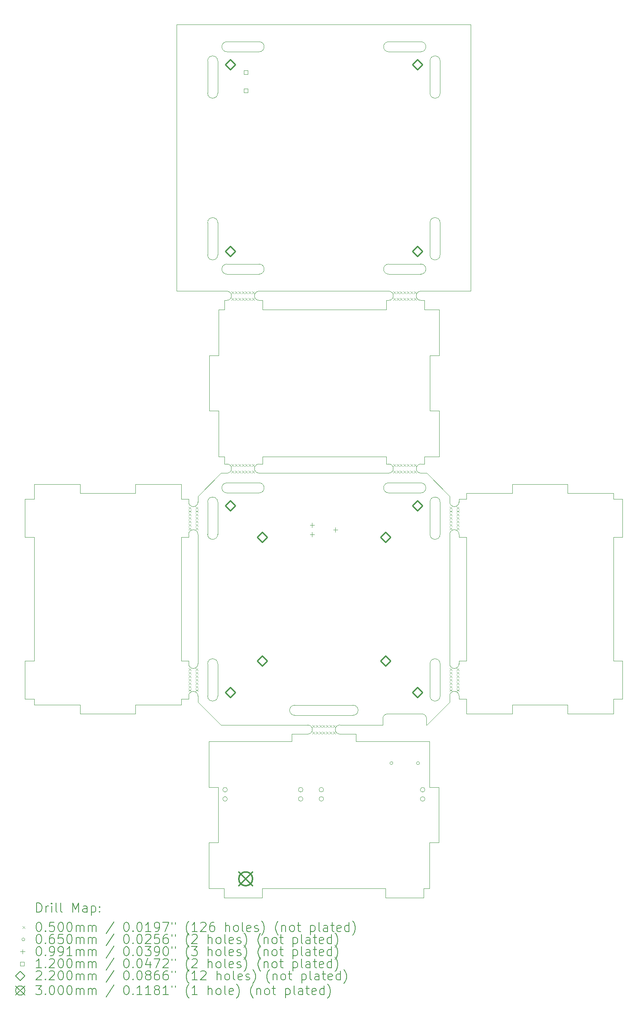
<source format=gbr>
%TF.GenerationSoftware,KiCad,Pcbnew,(6.0.9)*%
%TF.CreationDate,2023-04-01T02:53:39-03:00*%
%TF.ProjectId,PANEL-COMPLETE,50414e45-4c2d-4434-9f4d-504c4554452e,Rev 3*%
%TF.SameCoordinates,Original*%
%TF.FileFunction,Drillmap*%
%TF.FilePolarity,Positive*%
%FSLAX45Y45*%
G04 Gerber Fmt 4.5, Leading zero omitted, Abs format (unit mm)*
G04 Created by KiCad (PCBNEW (6.0.9)) date 2023-04-01 02:53:39*
%MOMM*%
%LPD*%
G01*
G04 APERTURE LIST*
%ADD10C,0.100000*%
%ADD11C,0.200000*%
%ADD12C,0.050000*%
%ADD13C,0.065000*%
%ADD14C,0.099060*%
%ADD15C,0.120000*%
%ADD16C,0.220000*%
%ADD17C,0.300000*%
G04 APERTURE END LIST*
D10*
X18089833Y-9553920D02*
G75*
G03*
X17869833Y-9553920I-110000J0D01*
G01*
X22634827Y-20346293D02*
G75*
G03*
X22534832Y-20246293I-99998J3D01*
G01*
X22639832Y-15006272D02*
X22512077Y-15006272D01*
X18089833Y-19156273D02*
G75*
G03*
X17869833Y-19156273I-110000J0D01*
G01*
X22929832Y-9553920D02*
X22929832Y-10253920D01*
X16297517Y-15446272D02*
X15097517Y-15446272D01*
X21684833Y-20486293D02*
X21684833Y-20346293D01*
X17659833Y-19986273D02*
X17659833Y-19857858D01*
X26700832Y-20246273D02*
X26700832Y-19921273D01*
X22699832Y-21846273D02*
X22899832Y-21846273D01*
X22910980Y-14645252D02*
X22910980Y-13645252D01*
X20749829Y-20686273D02*
X21099833Y-20686273D01*
X18224833Y-24046272D02*
X18224833Y-24246272D01*
X19699833Y-20686273D02*
X20049836Y-20686273D01*
X17199833Y-5243920D02*
X23599832Y-5243920D01*
X22509832Y-10673920D02*
X21809833Y-10673920D01*
X17199833Y-11043920D02*
X17199833Y-5243920D01*
X21809500Y-11245252D02*
X21755980Y-11245252D01*
X22599832Y-21896273D02*
G75*
G03*
X22599832Y-21896273I-50000J0D01*
G01*
X23340832Y-16401272D02*
X23500832Y-16401272D01*
X22639832Y-20486273D02*
X23139832Y-19986273D01*
X22509832Y-10673920D02*
G75*
G03*
X22509832Y-10453920I-3J110000D01*
G01*
X26700832Y-15571272D02*
X26700832Y-15446272D01*
X23340832Y-19921273D02*
X23500832Y-19921273D01*
X22639832Y-20486273D02*
X22634832Y-20486293D01*
X23340832Y-15571272D02*
X23500832Y-15571272D01*
X19764833Y-20056268D02*
G75*
G03*
X19764833Y-20276273I-3J-110003D01*
G01*
X22709832Y-19156273D02*
X22709832Y-19856273D01*
X22710980Y-12445252D02*
X22910980Y-12445252D01*
X23139832Y-15634658D02*
X23139832Y-15506272D01*
X18288950Y-14805252D02*
X18235980Y-14805252D01*
X17457518Y-19921273D02*
X17297518Y-19921273D01*
X22899832Y-21846273D02*
X22899832Y-23046272D01*
X18089833Y-6033920D02*
G75*
G03*
X17869833Y-6033920I-110000J0D01*
G01*
X19065980Y-14805252D02*
X18990635Y-14805252D01*
X18289059Y-11245252D02*
X18235980Y-11245252D01*
X22506149Y-11043928D02*
G75*
G03*
X22516304Y-11245252I5081J-100662D01*
G01*
X22509832Y-5833920D02*
G75*
G03*
X22509832Y-5613920I-3J110000D01*
G01*
X19054833Y-24046272D02*
X19054833Y-24246272D01*
X22585980Y-14805252D02*
X22585980Y-14645252D01*
X22929832Y-15636272D02*
G75*
G03*
X22709832Y-15636272I-110000J0D01*
G01*
X23340835Y-16338887D02*
G75*
G03*
X23139832Y-16336320I-100485J2567D01*
G01*
X17869833Y-19156273D02*
X17869833Y-19856273D01*
X23500832Y-19921273D02*
X23500832Y-20246273D01*
X22511365Y-14805247D02*
G75*
G03*
X22512077Y-15006272I355J-100513D01*
G01*
X22929832Y-9553920D02*
G75*
G03*
X22709832Y-9553920I-110000J0D01*
G01*
X14097517Y-19091273D02*
X13897517Y-19091273D01*
X23340832Y-19156680D02*
X23340832Y-19091273D01*
X14097517Y-16401272D02*
X14097517Y-19091273D01*
X15097517Y-20046273D02*
X15097517Y-20246273D01*
X23139832Y-19986273D02*
X23139832Y-19855865D01*
X26700832Y-15446272D02*
X25700832Y-15446272D01*
X18288055Y-11043920D02*
X17199833Y-11043920D01*
X17659833Y-16338388D02*
G75*
G03*
X17457518Y-16338388I-101158J0D01*
G01*
X17457523Y-15634157D02*
G75*
G03*
X17659833Y-15633157I101158J-3D01*
G01*
X19699833Y-20686273D02*
X19699833Y-20846273D01*
X16297517Y-20246273D02*
X16297517Y-20046273D01*
X22709832Y-6733920D02*
G75*
G03*
X22929832Y-6733920I110000J0D01*
G01*
X18224833Y-24046272D02*
X17899833Y-24046272D01*
X26700832Y-15571272D02*
X26900832Y-15571272D01*
X18289833Y-10453920D02*
G75*
G03*
X18289833Y-10673920I-3J-110000D01*
G01*
X17457518Y-19091273D02*
X17297518Y-19091273D01*
X16297517Y-20046273D02*
X17297518Y-20046273D01*
X19065980Y-14645252D02*
X21755980Y-14645252D01*
X22910980Y-11445252D02*
X22585980Y-11445252D01*
X22929832Y-16336272D02*
X22929832Y-15636272D01*
X21809390Y-15006272D02*
X18991635Y-15006272D01*
X17899833Y-20846273D02*
X19699833Y-20846273D01*
X17869833Y-16336272D02*
G75*
G03*
X18089833Y-16336272I110000J0D01*
G01*
X17297518Y-20046273D02*
X17297518Y-19921273D01*
X21099833Y-20686273D02*
X21099833Y-20846273D01*
X20395400Y-22096273D02*
G75*
G03*
X20395400Y-22096273I-50000J0D01*
G01*
X26900832Y-19921273D02*
X26900832Y-19091273D01*
X21809500Y-11245260D02*
G75*
G03*
X21809500Y-11043920I0J100670D01*
G01*
X20395400Y-21896273D02*
G75*
G03*
X20395400Y-21896273I-50000J0D01*
G01*
X17457518Y-19091273D02*
X17457518Y-19156676D01*
X18289833Y-15436272D02*
X18989833Y-15436272D01*
X17910980Y-12445252D02*
X17910980Y-13645252D01*
X14097517Y-19921273D02*
X13897517Y-19921273D01*
X23139832Y-19155865D02*
X23139832Y-16336320D01*
X21809833Y-5613920D02*
X22509832Y-5613920D01*
X18990635Y-14805247D02*
G75*
G03*
X18991635Y-15006272I495J-100513D01*
G01*
X22929832Y-19856273D02*
X22929832Y-19156273D01*
X17910980Y-13645252D02*
X18110980Y-13645252D01*
X18099833Y-21846273D02*
X17899833Y-21846273D01*
X23500832Y-16401272D02*
X23500832Y-19091273D01*
X18089833Y-9553920D02*
X18089833Y-10253920D01*
X23500832Y-20246273D02*
X24500832Y-20246273D01*
X18099833Y-21846273D02*
X18099833Y-23046272D01*
X22699832Y-24046272D02*
X22574832Y-24046272D01*
X17297518Y-15246272D02*
X16297517Y-15246272D01*
X22585980Y-14645252D02*
X22910980Y-14645252D01*
X22509832Y-5833920D02*
X21809833Y-5833920D01*
X26700832Y-19091273D02*
X26700832Y-16401272D01*
X21034833Y-20276268D02*
G75*
G03*
X21034833Y-20056273I-3J109998D01*
G01*
X21755980Y-11445252D02*
X19065980Y-11445252D01*
X17457518Y-16338388D02*
X17457518Y-16401272D01*
X18159833Y-15006272D02*
X17659833Y-15506272D01*
X18089833Y-16336272D02*
X18089833Y-15636272D01*
X17659833Y-19153571D02*
X17659833Y-16338388D01*
X20049836Y-20686268D02*
G75*
G03*
X20049836Y-20486293I4J99988D01*
G01*
X19054833Y-24246272D02*
X18224833Y-24246272D01*
X22585980Y-11445252D02*
X22585980Y-11245252D01*
X22929832Y-6033920D02*
X22929832Y-6733920D01*
X19945820Y-21896273D02*
G75*
G03*
X19945820Y-21896273I-50000J0D01*
G01*
X22534832Y-20246293D02*
X21784833Y-20246293D01*
X17869833Y-6733920D02*
X17869833Y-6033920D01*
X22509832Y-15436267D02*
G75*
G03*
X22509832Y-15216272I-3J109998D01*
G01*
X18299833Y-22096273D02*
G75*
G03*
X18299833Y-22096273I-50000J0D01*
G01*
X13897517Y-15571272D02*
X13897517Y-16401272D01*
X17457518Y-19855869D02*
X17457518Y-19921273D01*
X26700832Y-19921273D02*
X26900832Y-19921273D01*
X22929832Y-19156273D02*
G75*
G03*
X22709832Y-19156273I-110000J0D01*
G01*
X21809833Y-5613920D02*
G75*
G03*
X21809833Y-5833920I-3J-110000D01*
G01*
X22910980Y-12445252D02*
X22910980Y-11445252D01*
X18110980Y-12445252D02*
X17910980Y-12445252D01*
X21784833Y-20246293D02*
G75*
G03*
X21684833Y-20346293I-3J-99998D01*
G01*
X22709832Y-10253920D02*
X22709832Y-9553920D01*
X21744833Y-24046272D02*
X19054833Y-24046272D01*
X23599832Y-11043920D02*
X22506148Y-11043920D01*
X20749836Y-20486288D02*
G75*
G03*
X20749829Y-20686273I4J-99993D01*
G01*
X18235980Y-14805252D02*
X18235980Y-14645252D01*
X17457518Y-15571272D02*
X17297518Y-15571272D01*
X17457518Y-15571272D02*
X17457518Y-15634157D01*
X24500832Y-15446272D02*
X23500832Y-15446272D01*
X15097517Y-15246272D02*
X14097517Y-15246272D01*
X18089833Y-15636272D02*
G75*
G03*
X17869833Y-15636272I-110000J0D01*
G01*
X19764833Y-20276273D02*
X21034833Y-20276273D01*
X23340832Y-19091273D02*
X23500832Y-19091273D01*
X19945820Y-22096273D02*
G75*
G03*
X19945820Y-22096273I-50000J0D01*
G01*
X18989833Y-15436267D02*
G75*
G03*
X18989833Y-15216272I-3J109998D01*
G01*
X26700832Y-16401272D02*
X26900832Y-16401272D01*
X18289059Y-11245260D02*
G75*
G03*
X18288055Y-11043920I-499J100670D01*
G01*
X17869833Y-19856273D02*
G75*
G03*
X18089833Y-19856273I110000J0D01*
G01*
X25700832Y-20046273D02*
X25700832Y-20246273D01*
X18089833Y-19856273D02*
X18089833Y-19156273D01*
X18299833Y-21896273D02*
G75*
G03*
X18299833Y-21896273I-50000J0D01*
G01*
X22910980Y-13645252D02*
X22710980Y-13645252D01*
X18288950Y-15006267D02*
G75*
G03*
X18288950Y-14805252I0J100508D01*
G01*
X22709832Y-10253920D02*
G75*
G03*
X22929832Y-10253920I110000J0D01*
G01*
X14097517Y-19921273D02*
X14097517Y-20046273D01*
X23500832Y-15446272D02*
X23500832Y-15571272D01*
X22709832Y-15636272D02*
X22709832Y-16336272D01*
X21809833Y-10453920D02*
X22509832Y-10453920D01*
X21809390Y-15006267D02*
G75*
G03*
X21809390Y-14805252I0J100508D01*
G01*
X17899833Y-21846273D02*
X17899833Y-20846273D01*
X21755980Y-11445252D02*
X21755980Y-11245252D01*
X17457518Y-16401272D02*
X17297518Y-16401272D01*
X24500832Y-15246272D02*
X24500832Y-15446272D01*
X23139832Y-15506272D02*
X22639832Y-15006272D01*
X17869833Y-6733920D02*
G75*
G03*
X18089833Y-6733920I110000J0D01*
G01*
X17457519Y-19156676D02*
G75*
G03*
X17659833Y-19153571I101181J-14D01*
G01*
X18370000Y-20486293D02*
X18159833Y-20486273D01*
X21099833Y-20846273D02*
X22699832Y-20846273D01*
X18289833Y-15216267D02*
G75*
G03*
X18289833Y-15436272I-3J-110003D01*
G01*
X22699832Y-20846273D02*
X22699832Y-21846273D01*
X26900832Y-16401272D02*
X26900832Y-15571272D01*
X18289833Y-5613920D02*
X18989833Y-5613920D01*
X18989833Y-15216272D02*
X18289833Y-15216272D01*
X24500832Y-20246273D02*
X24500832Y-20046273D01*
X18989833Y-5833920D02*
X18289833Y-5833920D01*
X21744833Y-24046272D02*
X21744833Y-24246272D01*
X23599832Y-5243920D02*
X23599832Y-11043920D01*
X17297518Y-19091273D02*
X17297518Y-16401272D01*
X22599832Y-22096273D02*
G75*
G03*
X22599832Y-22096273I-50000J0D01*
G01*
X18289833Y-5613920D02*
G75*
G03*
X18289833Y-5833920I-3J-110000D01*
G01*
X18289833Y-10453920D02*
X18989833Y-10453920D01*
X21684833Y-20486293D02*
X20749836Y-20486293D01*
X26700832Y-19091273D02*
X26900832Y-19091273D01*
X18989833Y-10673920D02*
G75*
G03*
X18989833Y-10453920I-3J110000D01*
G01*
X22509832Y-15216272D02*
X21809833Y-15216272D01*
X18235980Y-11445252D02*
X18235980Y-11245252D01*
X18110980Y-14645252D02*
X18235980Y-14645252D01*
X21809390Y-14805252D02*
X21755980Y-14805252D01*
X15097517Y-15446272D02*
X15097517Y-15246272D01*
X17869833Y-10253920D02*
X17869833Y-9553920D01*
X21755980Y-14805252D02*
X21755980Y-14645252D01*
X18235980Y-11445252D02*
X18110980Y-11445252D01*
X17869833Y-10253920D02*
G75*
G03*
X18089833Y-10253920I110000J0D01*
G01*
X20049836Y-20486293D02*
X18370000Y-20486293D01*
X17297518Y-15571272D02*
X17297518Y-15246272D01*
X22574832Y-24046272D02*
X22574832Y-24246272D01*
X23340832Y-19855865D02*
G75*
G03*
X23139832Y-19855865I-100500J0D01*
G01*
X22710980Y-13645252D02*
X22710980Y-12445252D01*
X19065980Y-14805252D02*
X19065980Y-14645252D01*
X18990524Y-11043927D02*
G75*
G03*
X18991524Y-11245252I496J-100663D01*
G01*
X22929832Y-6033920D02*
G75*
G03*
X22709832Y-6033920I-110000J0D01*
G01*
X18110980Y-11445252D02*
X18110980Y-12445252D01*
X17899833Y-23046272D02*
X18099833Y-23046272D01*
X21809500Y-11043920D02*
X18990524Y-11043920D01*
X14097517Y-20046273D02*
X15097517Y-20046273D01*
X23139822Y-15634658D02*
G75*
G03*
X23340832Y-15633658I100508J-2D01*
G01*
X17899833Y-24046272D02*
X17899833Y-23046272D01*
X24500832Y-20046273D02*
X25700832Y-20046273D01*
X23139839Y-19155865D02*
G75*
G03*
X23340832Y-19156680I100491J-1815D01*
G01*
X18989833Y-10673920D02*
X18289833Y-10673920D01*
X22574832Y-24246272D02*
X21744833Y-24246272D01*
X14097517Y-16401272D02*
X13897517Y-16401272D01*
X23340832Y-19921273D02*
X23340832Y-19855865D01*
X21809833Y-10453920D02*
G75*
G03*
X21809833Y-10673920I-3J-110000D01*
G01*
X22585980Y-11245252D02*
X22516304Y-11245252D01*
X18288950Y-15006272D02*
X18159833Y-15006272D01*
X22709832Y-16336272D02*
G75*
G03*
X22929832Y-16336272I110000J0D01*
G01*
X17659833Y-15633157D02*
X17659833Y-15506272D01*
X25700832Y-15246272D02*
X24500832Y-15246272D01*
X18989833Y-5833920D02*
G75*
G03*
X18989833Y-5613920I-3J110000D01*
G01*
X22585980Y-14805252D02*
X22511365Y-14805252D01*
X17659833Y-19986273D02*
X18159833Y-20486273D01*
X25700832Y-20246273D02*
X26700832Y-20246273D01*
X14097517Y-15571272D02*
X13897517Y-15571272D01*
X17659842Y-19857858D02*
G75*
G03*
X17457518Y-19855869I-101172J-2D01*
G01*
X17869833Y-15636272D02*
X17869833Y-16336272D01*
X18089833Y-6033920D02*
X18089833Y-6733920D01*
X14097517Y-15246272D02*
X14097517Y-15571272D01*
X22899832Y-23046272D02*
X22699832Y-23046272D01*
X16297517Y-15246272D02*
X16297517Y-15446272D01*
X22709832Y-19856273D02*
G75*
G03*
X22929832Y-19856273I110000J0D01*
G01*
X18110980Y-14645252D02*
X18110980Y-13645252D01*
X22634832Y-20486293D02*
X22634832Y-20346293D01*
X15097517Y-20246273D02*
X16297517Y-20246273D01*
X23340832Y-15633658D02*
X23340832Y-15571272D01*
X23340832Y-16401272D02*
X23340832Y-16338887D01*
X19065980Y-11445252D02*
X19065980Y-11245252D01*
X13897517Y-19091273D02*
X13897517Y-19921273D01*
X21034833Y-20056273D02*
X19764833Y-20056273D01*
X25700832Y-15446272D02*
X25700832Y-15246272D01*
X22699832Y-23046272D02*
X22699832Y-24046272D01*
X21809833Y-15216267D02*
G75*
G03*
X21809833Y-15436272I-3J-110003D01*
G01*
X21809833Y-15436272D02*
X22509832Y-15436272D01*
X19065980Y-11245252D02*
X18991524Y-11245252D01*
X22709832Y-6733920D02*
X22709832Y-6033920D01*
D11*
D12*
X17457833Y-15736272D02*
X17507833Y-15786272D01*
X17507833Y-15736272D02*
X17457833Y-15786272D01*
X17457833Y-15811272D02*
X17507833Y-15861272D01*
X17507833Y-15811272D02*
X17457833Y-15861272D01*
X17457833Y-15886272D02*
X17507833Y-15936272D01*
X17507833Y-15886272D02*
X17457833Y-15936272D01*
X17457833Y-15961272D02*
X17507833Y-16011272D01*
X17507833Y-15961272D02*
X17457833Y-16011272D01*
X17457833Y-16036272D02*
X17507833Y-16086272D01*
X17507833Y-16036272D02*
X17457833Y-16086272D01*
X17457833Y-16111272D02*
X17507833Y-16161272D01*
X17507833Y-16111272D02*
X17457833Y-16161272D01*
X17457833Y-16186272D02*
X17507833Y-16236272D01*
X17507833Y-16186272D02*
X17457833Y-16236272D01*
X17458033Y-19256273D02*
X17508033Y-19306273D01*
X17508033Y-19256273D02*
X17458033Y-19306273D01*
X17458033Y-19331273D02*
X17508033Y-19381273D01*
X17508033Y-19331273D02*
X17458033Y-19381273D01*
X17458033Y-19406273D02*
X17508033Y-19456273D01*
X17508033Y-19406273D02*
X17458033Y-19456273D01*
X17458033Y-19481273D02*
X17508033Y-19531273D01*
X17508033Y-19481273D02*
X17458033Y-19531273D01*
X17458033Y-19556273D02*
X17508033Y-19606273D01*
X17508033Y-19556273D02*
X17458033Y-19606273D01*
X17458033Y-19631273D02*
X17508033Y-19681273D01*
X17508033Y-19631273D02*
X17458033Y-19681273D01*
X17458033Y-19706273D02*
X17508033Y-19756273D01*
X17508033Y-19706273D02*
X17458033Y-19756273D01*
X17607833Y-15736272D02*
X17657833Y-15786272D01*
X17657833Y-15736272D02*
X17607833Y-15786272D01*
X17607833Y-15811272D02*
X17657833Y-15861272D01*
X17657833Y-15811272D02*
X17607833Y-15861272D01*
X17607833Y-15886272D02*
X17657833Y-15936272D01*
X17657833Y-15886272D02*
X17607833Y-15936272D01*
X17607833Y-15961272D02*
X17657833Y-16011272D01*
X17657833Y-15961272D02*
X17607833Y-16011272D01*
X17607833Y-16036272D02*
X17657833Y-16086272D01*
X17657833Y-16036272D02*
X17607833Y-16086272D01*
X17607833Y-16111272D02*
X17657833Y-16161272D01*
X17657833Y-16111272D02*
X17607833Y-16161272D01*
X17607833Y-16186272D02*
X17657833Y-16236272D01*
X17657833Y-16186272D02*
X17607833Y-16236272D01*
X17608033Y-19256273D02*
X17658033Y-19306273D01*
X17658033Y-19256273D02*
X17608033Y-19306273D01*
X17608033Y-19331273D02*
X17658033Y-19381273D01*
X17658033Y-19331273D02*
X17608033Y-19381273D01*
X17608033Y-19406273D02*
X17658033Y-19456273D01*
X17658033Y-19406273D02*
X17608033Y-19456273D01*
X17608033Y-19481273D02*
X17658033Y-19531273D01*
X17658033Y-19481273D02*
X17608033Y-19531273D01*
X17608033Y-19556273D02*
X17658033Y-19606273D01*
X17658033Y-19556273D02*
X17608033Y-19606273D01*
X17608033Y-19631273D02*
X17658033Y-19681273D01*
X17658033Y-19631273D02*
X17608033Y-19681273D01*
X17608033Y-19706273D02*
X17658033Y-19756273D01*
X17658033Y-19706273D02*
X17608033Y-19756273D01*
X18389833Y-11045273D02*
X18439833Y-11095273D01*
X18439833Y-11045273D02*
X18389833Y-11095273D01*
X18389833Y-11195272D02*
X18439833Y-11245272D01*
X18439833Y-11195272D02*
X18389833Y-11245272D01*
X18389833Y-14805272D02*
X18439833Y-14855272D01*
X18439833Y-14805272D02*
X18389833Y-14855272D01*
X18389833Y-14955272D02*
X18439833Y-15005272D01*
X18439833Y-14955272D02*
X18389833Y-15005272D01*
X18464833Y-11045273D02*
X18514833Y-11095273D01*
X18514833Y-11045273D02*
X18464833Y-11095273D01*
X18464833Y-11195272D02*
X18514833Y-11245272D01*
X18514833Y-11195272D02*
X18464833Y-11245272D01*
X18464833Y-14805272D02*
X18514833Y-14855272D01*
X18514833Y-14805272D02*
X18464833Y-14855272D01*
X18464833Y-14955272D02*
X18514833Y-15005272D01*
X18514833Y-14955272D02*
X18464833Y-15005272D01*
X18539833Y-11045273D02*
X18589833Y-11095273D01*
X18589833Y-11045273D02*
X18539833Y-11095273D01*
X18539833Y-11195272D02*
X18589833Y-11245272D01*
X18589833Y-11195272D02*
X18539833Y-11245272D01*
X18539833Y-14805272D02*
X18589833Y-14855272D01*
X18589833Y-14805272D02*
X18539833Y-14855272D01*
X18539833Y-14955272D02*
X18589833Y-15005272D01*
X18589833Y-14955272D02*
X18539833Y-15005272D01*
X18614833Y-11045273D02*
X18664833Y-11095273D01*
X18664833Y-11045273D02*
X18614833Y-11095273D01*
X18614833Y-11195272D02*
X18664833Y-11245272D01*
X18664833Y-11195272D02*
X18614833Y-11245272D01*
X18614833Y-14805272D02*
X18664833Y-14855272D01*
X18664833Y-14805272D02*
X18614833Y-14855272D01*
X18614833Y-14955272D02*
X18664833Y-15005272D01*
X18664833Y-14955272D02*
X18614833Y-15005272D01*
X18689833Y-11045273D02*
X18739833Y-11095273D01*
X18739833Y-11045273D02*
X18689833Y-11095273D01*
X18689833Y-11195272D02*
X18739833Y-11245272D01*
X18739833Y-11195272D02*
X18689833Y-11245272D01*
X18689833Y-14805272D02*
X18739833Y-14855272D01*
X18739833Y-14805272D02*
X18689833Y-14855272D01*
X18689833Y-14955272D02*
X18739833Y-15005272D01*
X18739833Y-14955272D02*
X18689833Y-15005272D01*
X18764833Y-11045273D02*
X18814833Y-11095273D01*
X18814833Y-11045273D02*
X18764833Y-11095273D01*
X18764833Y-11195272D02*
X18814833Y-11245272D01*
X18814833Y-11195272D02*
X18764833Y-11245272D01*
X18764833Y-14805272D02*
X18814833Y-14855272D01*
X18814833Y-14805272D02*
X18764833Y-14855272D01*
X18764833Y-14955272D02*
X18814833Y-15005272D01*
X18814833Y-14955272D02*
X18764833Y-15005272D01*
X18839833Y-11045273D02*
X18889833Y-11095273D01*
X18889833Y-11045273D02*
X18839833Y-11095273D01*
X18839833Y-11195272D02*
X18889833Y-11245272D01*
X18889833Y-11195272D02*
X18839833Y-11245272D01*
X18839833Y-14805272D02*
X18889833Y-14855272D01*
X18889833Y-14805272D02*
X18839833Y-14855272D01*
X18839833Y-14955272D02*
X18889833Y-15005272D01*
X18889833Y-14955272D02*
X18839833Y-15005272D01*
X20149833Y-20486273D02*
X20199833Y-20536273D01*
X20199833Y-20486273D02*
X20149833Y-20536273D01*
X20149833Y-20636273D02*
X20199833Y-20686273D01*
X20199833Y-20636273D02*
X20149833Y-20686273D01*
X20224833Y-20486273D02*
X20274833Y-20536273D01*
X20274833Y-20486273D02*
X20224833Y-20536273D01*
X20224833Y-20636273D02*
X20274833Y-20686273D01*
X20274833Y-20636273D02*
X20224833Y-20686273D01*
X20299833Y-20486273D02*
X20349833Y-20536273D01*
X20349833Y-20486273D02*
X20299833Y-20536273D01*
X20299833Y-20636273D02*
X20349833Y-20686273D01*
X20349833Y-20636273D02*
X20299833Y-20686273D01*
X20374833Y-20486273D02*
X20424833Y-20536273D01*
X20424833Y-20486273D02*
X20374833Y-20536273D01*
X20374833Y-20636273D02*
X20424833Y-20686273D01*
X20424833Y-20636273D02*
X20374833Y-20686273D01*
X20449833Y-20486273D02*
X20499833Y-20536273D01*
X20499833Y-20486273D02*
X20449833Y-20536273D01*
X20449833Y-20636273D02*
X20499833Y-20686273D01*
X20499833Y-20636273D02*
X20449833Y-20686273D01*
X20524833Y-20486273D02*
X20574833Y-20536273D01*
X20574833Y-20486273D02*
X20524833Y-20536273D01*
X20524833Y-20636273D02*
X20574833Y-20686273D01*
X20574833Y-20636273D02*
X20524833Y-20686273D01*
X20599833Y-20486273D02*
X20649833Y-20536273D01*
X20649833Y-20486273D02*
X20599833Y-20536273D01*
X20599833Y-20636273D02*
X20649833Y-20686273D01*
X20649833Y-20636273D02*
X20599833Y-20686273D01*
X21909833Y-11045273D02*
X21959833Y-11095273D01*
X21959833Y-11045273D02*
X21909833Y-11095273D01*
X21909833Y-11195272D02*
X21959833Y-11245272D01*
X21959833Y-11195272D02*
X21909833Y-11245272D01*
X21909833Y-14805272D02*
X21959833Y-14855272D01*
X21959833Y-14805272D02*
X21909833Y-14855272D01*
X21909833Y-14955272D02*
X21959833Y-15005272D01*
X21959833Y-14955272D02*
X21909833Y-15005272D01*
X21984833Y-11045273D02*
X22034833Y-11095273D01*
X22034833Y-11045273D02*
X21984833Y-11095273D01*
X21984833Y-11195272D02*
X22034833Y-11245272D01*
X22034833Y-11195272D02*
X21984833Y-11245272D01*
X21984833Y-14805272D02*
X22034833Y-14855272D01*
X22034833Y-14805272D02*
X21984833Y-14855272D01*
X21984833Y-14955272D02*
X22034833Y-15005272D01*
X22034833Y-14955272D02*
X21984833Y-15005272D01*
X22059833Y-11045273D02*
X22109833Y-11095273D01*
X22109833Y-11045273D02*
X22059833Y-11095273D01*
X22059833Y-11195272D02*
X22109833Y-11245272D01*
X22109833Y-11195272D02*
X22059833Y-11245272D01*
X22059833Y-14805272D02*
X22109833Y-14855272D01*
X22109833Y-14805272D02*
X22059833Y-14855272D01*
X22059833Y-14955272D02*
X22109833Y-15005272D01*
X22109833Y-14955272D02*
X22059833Y-15005272D01*
X22134833Y-11045273D02*
X22184833Y-11095273D01*
X22184833Y-11045273D02*
X22134833Y-11095273D01*
X22134833Y-11195272D02*
X22184833Y-11245272D01*
X22184833Y-11195272D02*
X22134833Y-11245272D01*
X22134833Y-14805272D02*
X22184833Y-14855272D01*
X22184833Y-14805272D02*
X22134833Y-14855272D01*
X22134833Y-14955272D02*
X22184833Y-15005272D01*
X22184833Y-14955272D02*
X22134833Y-15005272D01*
X22209833Y-11045273D02*
X22259833Y-11095273D01*
X22259833Y-11045273D02*
X22209833Y-11095273D01*
X22209833Y-11195272D02*
X22259833Y-11245272D01*
X22259833Y-11195272D02*
X22209833Y-11245272D01*
X22209833Y-14805272D02*
X22259833Y-14855272D01*
X22259833Y-14805272D02*
X22209833Y-14855272D01*
X22209833Y-14955272D02*
X22259833Y-15005272D01*
X22259833Y-14955272D02*
X22209833Y-15005272D01*
X22284833Y-11045273D02*
X22334833Y-11095273D01*
X22334833Y-11045273D02*
X22284833Y-11095273D01*
X22284833Y-11195272D02*
X22334833Y-11245272D01*
X22334833Y-11195272D02*
X22284833Y-11245272D01*
X22284833Y-14805272D02*
X22334833Y-14855272D01*
X22334833Y-14805272D02*
X22284833Y-14855272D01*
X22284833Y-14955272D02*
X22334833Y-15005272D01*
X22334833Y-14955272D02*
X22284833Y-15005272D01*
X22359833Y-11045273D02*
X22409832Y-11095273D01*
X22409832Y-11045273D02*
X22359833Y-11095273D01*
X22359833Y-11195272D02*
X22409832Y-11245272D01*
X22409832Y-11195272D02*
X22359833Y-11245272D01*
X22359833Y-14805272D02*
X22409832Y-14855272D01*
X22409832Y-14805272D02*
X22359833Y-14855272D01*
X22359833Y-14955272D02*
X22409832Y-15005272D01*
X22409832Y-14955272D02*
X22359833Y-15005272D01*
X23140232Y-15736272D02*
X23190232Y-15786272D01*
X23190232Y-15736272D02*
X23140232Y-15786272D01*
X23140232Y-15811272D02*
X23190232Y-15861272D01*
X23190232Y-15811272D02*
X23140232Y-15861272D01*
X23140232Y-15886272D02*
X23190232Y-15936272D01*
X23190232Y-15886272D02*
X23140232Y-15936272D01*
X23140232Y-15961272D02*
X23190232Y-16011272D01*
X23190232Y-15961272D02*
X23140232Y-16011272D01*
X23140232Y-16036272D02*
X23190232Y-16086272D01*
X23190232Y-16036272D02*
X23140232Y-16086272D01*
X23140232Y-16111272D02*
X23190232Y-16161272D01*
X23190232Y-16111272D02*
X23140232Y-16161272D01*
X23140232Y-16186272D02*
X23190232Y-16236272D01*
X23190232Y-16186272D02*
X23140232Y-16236272D01*
X23140232Y-19256273D02*
X23190232Y-19306273D01*
X23190232Y-19256273D02*
X23140232Y-19306273D01*
X23140232Y-19331273D02*
X23190232Y-19381273D01*
X23190232Y-19331273D02*
X23140232Y-19381273D01*
X23140232Y-19406273D02*
X23190232Y-19456273D01*
X23190232Y-19406273D02*
X23140232Y-19456273D01*
X23140232Y-19481273D02*
X23190232Y-19531273D01*
X23190232Y-19481273D02*
X23140232Y-19531273D01*
X23140232Y-19556273D02*
X23190232Y-19606273D01*
X23190232Y-19556273D02*
X23140232Y-19606273D01*
X23140232Y-19631273D02*
X23190232Y-19681273D01*
X23190232Y-19631273D02*
X23140232Y-19681273D01*
X23140232Y-19706273D02*
X23190232Y-19756273D01*
X23190232Y-19706273D02*
X23140232Y-19756273D01*
X23290232Y-15736272D02*
X23340232Y-15786272D01*
X23340232Y-15736272D02*
X23290232Y-15786272D01*
X23290232Y-15811272D02*
X23340232Y-15861272D01*
X23340232Y-15811272D02*
X23290232Y-15861272D01*
X23290232Y-15886272D02*
X23340232Y-15936272D01*
X23340232Y-15886272D02*
X23290232Y-15936272D01*
X23290232Y-15961272D02*
X23340232Y-16011272D01*
X23340232Y-15961272D02*
X23290232Y-16011272D01*
X23290232Y-16036272D02*
X23340232Y-16086272D01*
X23340232Y-16036272D02*
X23290232Y-16086272D01*
X23290232Y-16111272D02*
X23340232Y-16161272D01*
X23340232Y-16111272D02*
X23290232Y-16161272D01*
X23290232Y-16186272D02*
X23340232Y-16236272D01*
X23340232Y-16186272D02*
X23290232Y-16236272D01*
X23290232Y-19256273D02*
X23340232Y-19306273D01*
X23340232Y-19256273D02*
X23290232Y-19306273D01*
X23290232Y-19331273D02*
X23340232Y-19381273D01*
X23340232Y-19331273D02*
X23290232Y-19381273D01*
X23290232Y-19406273D02*
X23340232Y-19456273D01*
X23340232Y-19406273D02*
X23290232Y-19456273D01*
X23290232Y-19481273D02*
X23340232Y-19531273D01*
X23340232Y-19481273D02*
X23290232Y-19531273D01*
X23290232Y-19556273D02*
X23340232Y-19606273D01*
X23340232Y-19556273D02*
X23290232Y-19606273D01*
X23290232Y-19631273D02*
X23340232Y-19681273D01*
X23340232Y-19631273D02*
X23290232Y-19681273D01*
X23290232Y-19706273D02*
X23340232Y-19756273D01*
X23340232Y-19706273D02*
X23290232Y-19756273D01*
D13*
X21903333Y-21317573D02*
G75*
G03*
X21903333Y-21317573I-32500J0D01*
G01*
X22481332Y-21317573D02*
G75*
G03*
X22481332Y-21317573I-32500J0D01*
G01*
D14*
X20145833Y-16089582D02*
X20145833Y-16188642D01*
X20096303Y-16139112D02*
X20195363Y-16139112D01*
X20145833Y-16292782D02*
X20145833Y-16391842D01*
X20096303Y-16342312D02*
X20195363Y-16342312D01*
X20653833Y-16191182D02*
X20653833Y-16290242D01*
X20604303Y-16240712D02*
X20703363Y-16240712D01*
D15*
X18744927Y-6324927D02*
X18744927Y-6240073D01*
X18660073Y-6240073D01*
X18660073Y-6324927D01*
X18744927Y-6324927D01*
X18744927Y-6724927D02*
X18744927Y-6640073D01*
X18660073Y-6640073D01*
X18660073Y-6724927D01*
X18744927Y-6724927D01*
D16*
X18364833Y-6218920D02*
X18474833Y-6108920D01*
X18364833Y-5998920D01*
X18254833Y-6108920D01*
X18364833Y-6218920D01*
X18364833Y-10288920D02*
X18474833Y-10178920D01*
X18364833Y-10068920D01*
X18254833Y-10178920D01*
X18364833Y-10288920D01*
X18364833Y-15821272D02*
X18474833Y-15711272D01*
X18364833Y-15601272D01*
X18254833Y-15711272D01*
X18364833Y-15821272D01*
X18364833Y-19891273D02*
X18474833Y-19781273D01*
X18364833Y-19671273D01*
X18254833Y-19781273D01*
X18364833Y-19891273D01*
X19056330Y-16512770D02*
X19166330Y-16402770D01*
X19056330Y-16292770D01*
X18946330Y-16402770D01*
X19056330Y-16512770D01*
X19056330Y-19199775D02*
X19166330Y-19089775D01*
X19056330Y-18979775D01*
X18946330Y-19089775D01*
X19056330Y-19199775D01*
X21743335Y-16512770D02*
X21853335Y-16402770D01*
X21743335Y-16292770D01*
X21633335Y-16402770D01*
X21743335Y-16512770D01*
X21743335Y-19199775D02*
X21853335Y-19089775D01*
X21743335Y-18979775D01*
X21633335Y-19089775D01*
X21743335Y-19199775D01*
X22434832Y-6218920D02*
X22544832Y-6108920D01*
X22434832Y-5998920D01*
X22324833Y-6108920D01*
X22434832Y-6218920D01*
X22434832Y-10288920D02*
X22544832Y-10178920D01*
X22434832Y-10068920D01*
X22324833Y-10178920D01*
X22434832Y-10288920D01*
X22434832Y-15821272D02*
X22544832Y-15711272D01*
X22434832Y-15601272D01*
X22324833Y-15711272D01*
X22434832Y-15821272D01*
X22434832Y-19891273D02*
X22544832Y-19781273D01*
X22434832Y-19671273D01*
X22324833Y-19781273D01*
X22434832Y-19891273D01*
D17*
X18549000Y-23686000D02*
X18849000Y-23986000D01*
X18849000Y-23686000D02*
X18549000Y-23986000D01*
X18849000Y-23836000D02*
G75*
G03*
X18849000Y-23836000I-150000J0D01*
G01*
D11*
X14150136Y-24561749D02*
X14150136Y-24361749D01*
X14197755Y-24361749D01*
X14226327Y-24371272D01*
X14245375Y-24390320D01*
X14254898Y-24409368D01*
X14264422Y-24447463D01*
X14264422Y-24476034D01*
X14254898Y-24514130D01*
X14245375Y-24533177D01*
X14226327Y-24552225D01*
X14197755Y-24561749D01*
X14150136Y-24561749D01*
X14350136Y-24561749D02*
X14350136Y-24428415D01*
X14350136Y-24466510D02*
X14359660Y-24447463D01*
X14369184Y-24437939D01*
X14388232Y-24428415D01*
X14407279Y-24428415D01*
X14473946Y-24561749D02*
X14473946Y-24428415D01*
X14473946Y-24361749D02*
X14464422Y-24371272D01*
X14473946Y-24380796D01*
X14483470Y-24371272D01*
X14473946Y-24361749D01*
X14473946Y-24380796D01*
X14597755Y-24561749D02*
X14578708Y-24552225D01*
X14569184Y-24533177D01*
X14569184Y-24361749D01*
X14702517Y-24561749D02*
X14683470Y-24552225D01*
X14673946Y-24533177D01*
X14673946Y-24361749D01*
X14931089Y-24561749D02*
X14931089Y-24361749D01*
X14997755Y-24504606D01*
X15064422Y-24361749D01*
X15064422Y-24561749D01*
X15245375Y-24561749D02*
X15245375Y-24456987D01*
X15235851Y-24437939D01*
X15216803Y-24428415D01*
X15178708Y-24428415D01*
X15159660Y-24437939D01*
X15245375Y-24552225D02*
X15226327Y-24561749D01*
X15178708Y-24561749D01*
X15159660Y-24552225D01*
X15150136Y-24533177D01*
X15150136Y-24514130D01*
X15159660Y-24495082D01*
X15178708Y-24485558D01*
X15226327Y-24485558D01*
X15245375Y-24476034D01*
X15340613Y-24428415D02*
X15340613Y-24628415D01*
X15340613Y-24437939D02*
X15359660Y-24428415D01*
X15397755Y-24428415D01*
X15416803Y-24437939D01*
X15426327Y-24447463D01*
X15435851Y-24466510D01*
X15435851Y-24523653D01*
X15426327Y-24542701D01*
X15416803Y-24552225D01*
X15397755Y-24561749D01*
X15359660Y-24561749D01*
X15340613Y-24552225D01*
X15521565Y-24542701D02*
X15531089Y-24552225D01*
X15521565Y-24561749D01*
X15512041Y-24552225D01*
X15521565Y-24542701D01*
X15521565Y-24561749D01*
X15521565Y-24437939D02*
X15531089Y-24447463D01*
X15521565Y-24456987D01*
X15512041Y-24447463D01*
X15521565Y-24437939D01*
X15521565Y-24456987D01*
D12*
X13842517Y-24866272D02*
X13892517Y-24916272D01*
X13892517Y-24866272D02*
X13842517Y-24916272D01*
D11*
X14188232Y-24781749D02*
X14207279Y-24781749D01*
X14226327Y-24791272D01*
X14235851Y-24800796D01*
X14245375Y-24819844D01*
X14254898Y-24857939D01*
X14254898Y-24905558D01*
X14245375Y-24943653D01*
X14235851Y-24962701D01*
X14226327Y-24972225D01*
X14207279Y-24981749D01*
X14188232Y-24981749D01*
X14169184Y-24972225D01*
X14159660Y-24962701D01*
X14150136Y-24943653D01*
X14140613Y-24905558D01*
X14140613Y-24857939D01*
X14150136Y-24819844D01*
X14159660Y-24800796D01*
X14169184Y-24791272D01*
X14188232Y-24781749D01*
X14340613Y-24962701D02*
X14350136Y-24972225D01*
X14340613Y-24981749D01*
X14331089Y-24972225D01*
X14340613Y-24962701D01*
X14340613Y-24981749D01*
X14531089Y-24781749D02*
X14435851Y-24781749D01*
X14426327Y-24876987D01*
X14435851Y-24867463D01*
X14454898Y-24857939D01*
X14502517Y-24857939D01*
X14521565Y-24867463D01*
X14531089Y-24876987D01*
X14540613Y-24896034D01*
X14540613Y-24943653D01*
X14531089Y-24962701D01*
X14521565Y-24972225D01*
X14502517Y-24981749D01*
X14454898Y-24981749D01*
X14435851Y-24972225D01*
X14426327Y-24962701D01*
X14664422Y-24781749D02*
X14683470Y-24781749D01*
X14702517Y-24791272D01*
X14712041Y-24800796D01*
X14721565Y-24819844D01*
X14731089Y-24857939D01*
X14731089Y-24905558D01*
X14721565Y-24943653D01*
X14712041Y-24962701D01*
X14702517Y-24972225D01*
X14683470Y-24981749D01*
X14664422Y-24981749D01*
X14645375Y-24972225D01*
X14635851Y-24962701D01*
X14626327Y-24943653D01*
X14616803Y-24905558D01*
X14616803Y-24857939D01*
X14626327Y-24819844D01*
X14635851Y-24800796D01*
X14645375Y-24791272D01*
X14664422Y-24781749D01*
X14854898Y-24781749D02*
X14873946Y-24781749D01*
X14892994Y-24791272D01*
X14902517Y-24800796D01*
X14912041Y-24819844D01*
X14921565Y-24857939D01*
X14921565Y-24905558D01*
X14912041Y-24943653D01*
X14902517Y-24962701D01*
X14892994Y-24972225D01*
X14873946Y-24981749D01*
X14854898Y-24981749D01*
X14835851Y-24972225D01*
X14826327Y-24962701D01*
X14816803Y-24943653D01*
X14807279Y-24905558D01*
X14807279Y-24857939D01*
X14816803Y-24819844D01*
X14826327Y-24800796D01*
X14835851Y-24791272D01*
X14854898Y-24781749D01*
X15007279Y-24981749D02*
X15007279Y-24848415D01*
X15007279Y-24867463D02*
X15016803Y-24857939D01*
X15035851Y-24848415D01*
X15064422Y-24848415D01*
X15083470Y-24857939D01*
X15092994Y-24876987D01*
X15092994Y-24981749D01*
X15092994Y-24876987D02*
X15102517Y-24857939D01*
X15121565Y-24848415D01*
X15150136Y-24848415D01*
X15169184Y-24857939D01*
X15178708Y-24876987D01*
X15178708Y-24981749D01*
X15273946Y-24981749D02*
X15273946Y-24848415D01*
X15273946Y-24867463D02*
X15283470Y-24857939D01*
X15302517Y-24848415D01*
X15331089Y-24848415D01*
X15350136Y-24857939D01*
X15359660Y-24876987D01*
X15359660Y-24981749D01*
X15359660Y-24876987D02*
X15369184Y-24857939D01*
X15388232Y-24848415D01*
X15416803Y-24848415D01*
X15435851Y-24857939D01*
X15445375Y-24876987D01*
X15445375Y-24981749D01*
X15835851Y-24772225D02*
X15664422Y-25029368D01*
X16092994Y-24781749D02*
X16112041Y-24781749D01*
X16131089Y-24791272D01*
X16140613Y-24800796D01*
X16150136Y-24819844D01*
X16159660Y-24857939D01*
X16159660Y-24905558D01*
X16150136Y-24943653D01*
X16140613Y-24962701D01*
X16131089Y-24972225D01*
X16112041Y-24981749D01*
X16092994Y-24981749D01*
X16073946Y-24972225D01*
X16064422Y-24962701D01*
X16054898Y-24943653D01*
X16045375Y-24905558D01*
X16045375Y-24857939D01*
X16054898Y-24819844D01*
X16064422Y-24800796D01*
X16073946Y-24791272D01*
X16092994Y-24781749D01*
X16245375Y-24962701D02*
X16254898Y-24972225D01*
X16245375Y-24981749D01*
X16235851Y-24972225D01*
X16245375Y-24962701D01*
X16245375Y-24981749D01*
X16378708Y-24781749D02*
X16397755Y-24781749D01*
X16416803Y-24791272D01*
X16426327Y-24800796D01*
X16435851Y-24819844D01*
X16445375Y-24857939D01*
X16445375Y-24905558D01*
X16435851Y-24943653D01*
X16426327Y-24962701D01*
X16416803Y-24972225D01*
X16397755Y-24981749D01*
X16378708Y-24981749D01*
X16359660Y-24972225D01*
X16350136Y-24962701D01*
X16340613Y-24943653D01*
X16331089Y-24905558D01*
X16331089Y-24857939D01*
X16340613Y-24819844D01*
X16350136Y-24800796D01*
X16359660Y-24791272D01*
X16378708Y-24781749D01*
X16635851Y-24981749D02*
X16521565Y-24981749D01*
X16578708Y-24981749D02*
X16578708Y-24781749D01*
X16559660Y-24810320D01*
X16540613Y-24829368D01*
X16521565Y-24838891D01*
X16731089Y-24981749D02*
X16769184Y-24981749D01*
X16788232Y-24972225D01*
X16797756Y-24962701D01*
X16816803Y-24934130D01*
X16826327Y-24896034D01*
X16826327Y-24819844D01*
X16816803Y-24800796D01*
X16807279Y-24791272D01*
X16788232Y-24781749D01*
X16750136Y-24781749D01*
X16731089Y-24791272D01*
X16721565Y-24800796D01*
X16712041Y-24819844D01*
X16712041Y-24867463D01*
X16721565Y-24886510D01*
X16731089Y-24896034D01*
X16750136Y-24905558D01*
X16788232Y-24905558D01*
X16807279Y-24896034D01*
X16816803Y-24886510D01*
X16826327Y-24867463D01*
X16892994Y-24781749D02*
X17026327Y-24781749D01*
X16940613Y-24981749D01*
X17092994Y-24781749D02*
X17092994Y-24819844D01*
X17169184Y-24781749D02*
X17169184Y-24819844D01*
X17464422Y-25057939D02*
X17454898Y-25048415D01*
X17435851Y-25019844D01*
X17426327Y-25000796D01*
X17416803Y-24972225D01*
X17407279Y-24924606D01*
X17407279Y-24886510D01*
X17416803Y-24838891D01*
X17426327Y-24810320D01*
X17435851Y-24791272D01*
X17454898Y-24762701D01*
X17464422Y-24753177D01*
X17645375Y-24981749D02*
X17531089Y-24981749D01*
X17588232Y-24981749D02*
X17588232Y-24781749D01*
X17569184Y-24810320D01*
X17550137Y-24829368D01*
X17531089Y-24838891D01*
X17721565Y-24800796D02*
X17731089Y-24791272D01*
X17750137Y-24781749D01*
X17797756Y-24781749D01*
X17816803Y-24791272D01*
X17826327Y-24800796D01*
X17835851Y-24819844D01*
X17835851Y-24838891D01*
X17826327Y-24867463D01*
X17712041Y-24981749D01*
X17835851Y-24981749D01*
X18007279Y-24781749D02*
X17969184Y-24781749D01*
X17950137Y-24791272D01*
X17940613Y-24800796D01*
X17921565Y-24829368D01*
X17912041Y-24867463D01*
X17912041Y-24943653D01*
X17921565Y-24962701D01*
X17931089Y-24972225D01*
X17950137Y-24981749D01*
X17988232Y-24981749D01*
X18007279Y-24972225D01*
X18016803Y-24962701D01*
X18026327Y-24943653D01*
X18026327Y-24896034D01*
X18016803Y-24876987D01*
X18007279Y-24867463D01*
X17988232Y-24857939D01*
X17950137Y-24857939D01*
X17931089Y-24867463D01*
X17921565Y-24876987D01*
X17912041Y-24896034D01*
X18264422Y-24981749D02*
X18264422Y-24781749D01*
X18350137Y-24981749D02*
X18350137Y-24876987D01*
X18340613Y-24857939D01*
X18321565Y-24848415D01*
X18292994Y-24848415D01*
X18273946Y-24857939D01*
X18264422Y-24867463D01*
X18473946Y-24981749D02*
X18454898Y-24972225D01*
X18445375Y-24962701D01*
X18435851Y-24943653D01*
X18435851Y-24886510D01*
X18445375Y-24867463D01*
X18454898Y-24857939D01*
X18473946Y-24848415D01*
X18502517Y-24848415D01*
X18521565Y-24857939D01*
X18531089Y-24867463D01*
X18540613Y-24886510D01*
X18540613Y-24943653D01*
X18531089Y-24962701D01*
X18521565Y-24972225D01*
X18502517Y-24981749D01*
X18473946Y-24981749D01*
X18654898Y-24981749D02*
X18635851Y-24972225D01*
X18626327Y-24953177D01*
X18626327Y-24781749D01*
X18807279Y-24972225D02*
X18788232Y-24981749D01*
X18750137Y-24981749D01*
X18731089Y-24972225D01*
X18721565Y-24953177D01*
X18721565Y-24876987D01*
X18731089Y-24857939D01*
X18750137Y-24848415D01*
X18788232Y-24848415D01*
X18807279Y-24857939D01*
X18816803Y-24876987D01*
X18816803Y-24896034D01*
X18721565Y-24915082D01*
X18892994Y-24972225D02*
X18912041Y-24981749D01*
X18950137Y-24981749D01*
X18969184Y-24972225D01*
X18978708Y-24953177D01*
X18978708Y-24943653D01*
X18969184Y-24924606D01*
X18950137Y-24915082D01*
X18921565Y-24915082D01*
X18902517Y-24905558D01*
X18892994Y-24886510D01*
X18892994Y-24876987D01*
X18902517Y-24857939D01*
X18921565Y-24848415D01*
X18950137Y-24848415D01*
X18969184Y-24857939D01*
X19045375Y-25057939D02*
X19054898Y-25048415D01*
X19073946Y-25019844D01*
X19083470Y-25000796D01*
X19092994Y-24972225D01*
X19102517Y-24924606D01*
X19102517Y-24886510D01*
X19092994Y-24838891D01*
X19083470Y-24810320D01*
X19073946Y-24791272D01*
X19054898Y-24762701D01*
X19045375Y-24753177D01*
X19407279Y-25057939D02*
X19397756Y-25048415D01*
X19378708Y-25019844D01*
X19369184Y-25000796D01*
X19359660Y-24972225D01*
X19350137Y-24924606D01*
X19350137Y-24886510D01*
X19359660Y-24838891D01*
X19369184Y-24810320D01*
X19378708Y-24791272D01*
X19397756Y-24762701D01*
X19407279Y-24753177D01*
X19483470Y-24848415D02*
X19483470Y-24981749D01*
X19483470Y-24867463D02*
X19492994Y-24857939D01*
X19512041Y-24848415D01*
X19540613Y-24848415D01*
X19559660Y-24857939D01*
X19569184Y-24876987D01*
X19569184Y-24981749D01*
X19692994Y-24981749D02*
X19673946Y-24972225D01*
X19664422Y-24962701D01*
X19654898Y-24943653D01*
X19654898Y-24886510D01*
X19664422Y-24867463D01*
X19673946Y-24857939D01*
X19692994Y-24848415D01*
X19721565Y-24848415D01*
X19740613Y-24857939D01*
X19750137Y-24867463D01*
X19759660Y-24886510D01*
X19759660Y-24943653D01*
X19750137Y-24962701D01*
X19740613Y-24972225D01*
X19721565Y-24981749D01*
X19692994Y-24981749D01*
X19816803Y-24848415D02*
X19892994Y-24848415D01*
X19845375Y-24781749D02*
X19845375Y-24953177D01*
X19854898Y-24972225D01*
X19873946Y-24981749D01*
X19892994Y-24981749D01*
X20112041Y-24848415D02*
X20112041Y-25048415D01*
X20112041Y-24857939D02*
X20131089Y-24848415D01*
X20169184Y-24848415D01*
X20188232Y-24857939D01*
X20197756Y-24867463D01*
X20207279Y-24886510D01*
X20207279Y-24943653D01*
X20197756Y-24962701D01*
X20188232Y-24972225D01*
X20169184Y-24981749D01*
X20131089Y-24981749D01*
X20112041Y-24972225D01*
X20321565Y-24981749D02*
X20302517Y-24972225D01*
X20292994Y-24953177D01*
X20292994Y-24781749D01*
X20483470Y-24981749D02*
X20483470Y-24876987D01*
X20473946Y-24857939D01*
X20454898Y-24848415D01*
X20416803Y-24848415D01*
X20397756Y-24857939D01*
X20483470Y-24972225D02*
X20464422Y-24981749D01*
X20416803Y-24981749D01*
X20397756Y-24972225D01*
X20388232Y-24953177D01*
X20388232Y-24934130D01*
X20397756Y-24915082D01*
X20416803Y-24905558D01*
X20464422Y-24905558D01*
X20483470Y-24896034D01*
X20550137Y-24848415D02*
X20626327Y-24848415D01*
X20578708Y-24781749D02*
X20578708Y-24953177D01*
X20588232Y-24972225D01*
X20607279Y-24981749D01*
X20626327Y-24981749D01*
X20769184Y-24972225D02*
X20750137Y-24981749D01*
X20712041Y-24981749D01*
X20692994Y-24972225D01*
X20683470Y-24953177D01*
X20683470Y-24876987D01*
X20692994Y-24857939D01*
X20712041Y-24848415D01*
X20750137Y-24848415D01*
X20769184Y-24857939D01*
X20778708Y-24876987D01*
X20778708Y-24896034D01*
X20683470Y-24915082D01*
X20950137Y-24981749D02*
X20950137Y-24781749D01*
X20950137Y-24972225D02*
X20931089Y-24981749D01*
X20892994Y-24981749D01*
X20873946Y-24972225D01*
X20864422Y-24962701D01*
X20854898Y-24943653D01*
X20854898Y-24886510D01*
X20864422Y-24867463D01*
X20873946Y-24857939D01*
X20892994Y-24848415D01*
X20931089Y-24848415D01*
X20950137Y-24857939D01*
X21026327Y-25057939D02*
X21035851Y-25048415D01*
X21054898Y-25019844D01*
X21064422Y-25000796D01*
X21073946Y-24972225D01*
X21083470Y-24924606D01*
X21083470Y-24886510D01*
X21073946Y-24838891D01*
X21064422Y-24810320D01*
X21054898Y-24791272D01*
X21035851Y-24762701D01*
X21026327Y-24753177D01*
D13*
X13892517Y-25155272D02*
G75*
G03*
X13892517Y-25155272I-32500J0D01*
G01*
D11*
X14188232Y-25045749D02*
X14207279Y-25045749D01*
X14226327Y-25055272D01*
X14235851Y-25064796D01*
X14245375Y-25083844D01*
X14254898Y-25121939D01*
X14254898Y-25169558D01*
X14245375Y-25207653D01*
X14235851Y-25226701D01*
X14226327Y-25236225D01*
X14207279Y-25245749D01*
X14188232Y-25245749D01*
X14169184Y-25236225D01*
X14159660Y-25226701D01*
X14150136Y-25207653D01*
X14140613Y-25169558D01*
X14140613Y-25121939D01*
X14150136Y-25083844D01*
X14159660Y-25064796D01*
X14169184Y-25055272D01*
X14188232Y-25045749D01*
X14340613Y-25226701D02*
X14350136Y-25236225D01*
X14340613Y-25245749D01*
X14331089Y-25236225D01*
X14340613Y-25226701D01*
X14340613Y-25245749D01*
X14521565Y-25045749D02*
X14483470Y-25045749D01*
X14464422Y-25055272D01*
X14454898Y-25064796D01*
X14435851Y-25093368D01*
X14426327Y-25131463D01*
X14426327Y-25207653D01*
X14435851Y-25226701D01*
X14445375Y-25236225D01*
X14464422Y-25245749D01*
X14502517Y-25245749D01*
X14521565Y-25236225D01*
X14531089Y-25226701D01*
X14540613Y-25207653D01*
X14540613Y-25160034D01*
X14531089Y-25140987D01*
X14521565Y-25131463D01*
X14502517Y-25121939D01*
X14464422Y-25121939D01*
X14445375Y-25131463D01*
X14435851Y-25140987D01*
X14426327Y-25160034D01*
X14721565Y-25045749D02*
X14626327Y-25045749D01*
X14616803Y-25140987D01*
X14626327Y-25131463D01*
X14645375Y-25121939D01*
X14692994Y-25121939D01*
X14712041Y-25131463D01*
X14721565Y-25140987D01*
X14731089Y-25160034D01*
X14731089Y-25207653D01*
X14721565Y-25226701D01*
X14712041Y-25236225D01*
X14692994Y-25245749D01*
X14645375Y-25245749D01*
X14626327Y-25236225D01*
X14616803Y-25226701D01*
X14854898Y-25045749D02*
X14873946Y-25045749D01*
X14892994Y-25055272D01*
X14902517Y-25064796D01*
X14912041Y-25083844D01*
X14921565Y-25121939D01*
X14921565Y-25169558D01*
X14912041Y-25207653D01*
X14902517Y-25226701D01*
X14892994Y-25236225D01*
X14873946Y-25245749D01*
X14854898Y-25245749D01*
X14835851Y-25236225D01*
X14826327Y-25226701D01*
X14816803Y-25207653D01*
X14807279Y-25169558D01*
X14807279Y-25121939D01*
X14816803Y-25083844D01*
X14826327Y-25064796D01*
X14835851Y-25055272D01*
X14854898Y-25045749D01*
X15007279Y-25245749D02*
X15007279Y-25112415D01*
X15007279Y-25131463D02*
X15016803Y-25121939D01*
X15035851Y-25112415D01*
X15064422Y-25112415D01*
X15083470Y-25121939D01*
X15092994Y-25140987D01*
X15092994Y-25245749D01*
X15092994Y-25140987D02*
X15102517Y-25121939D01*
X15121565Y-25112415D01*
X15150136Y-25112415D01*
X15169184Y-25121939D01*
X15178708Y-25140987D01*
X15178708Y-25245749D01*
X15273946Y-25245749D02*
X15273946Y-25112415D01*
X15273946Y-25131463D02*
X15283470Y-25121939D01*
X15302517Y-25112415D01*
X15331089Y-25112415D01*
X15350136Y-25121939D01*
X15359660Y-25140987D01*
X15359660Y-25245749D01*
X15359660Y-25140987D02*
X15369184Y-25121939D01*
X15388232Y-25112415D01*
X15416803Y-25112415D01*
X15435851Y-25121939D01*
X15445375Y-25140987D01*
X15445375Y-25245749D01*
X15835851Y-25036225D02*
X15664422Y-25293368D01*
X16092994Y-25045749D02*
X16112041Y-25045749D01*
X16131089Y-25055272D01*
X16140613Y-25064796D01*
X16150136Y-25083844D01*
X16159660Y-25121939D01*
X16159660Y-25169558D01*
X16150136Y-25207653D01*
X16140613Y-25226701D01*
X16131089Y-25236225D01*
X16112041Y-25245749D01*
X16092994Y-25245749D01*
X16073946Y-25236225D01*
X16064422Y-25226701D01*
X16054898Y-25207653D01*
X16045375Y-25169558D01*
X16045375Y-25121939D01*
X16054898Y-25083844D01*
X16064422Y-25064796D01*
X16073946Y-25055272D01*
X16092994Y-25045749D01*
X16245375Y-25226701D02*
X16254898Y-25236225D01*
X16245375Y-25245749D01*
X16235851Y-25236225D01*
X16245375Y-25226701D01*
X16245375Y-25245749D01*
X16378708Y-25045749D02*
X16397755Y-25045749D01*
X16416803Y-25055272D01*
X16426327Y-25064796D01*
X16435851Y-25083844D01*
X16445375Y-25121939D01*
X16445375Y-25169558D01*
X16435851Y-25207653D01*
X16426327Y-25226701D01*
X16416803Y-25236225D01*
X16397755Y-25245749D01*
X16378708Y-25245749D01*
X16359660Y-25236225D01*
X16350136Y-25226701D01*
X16340613Y-25207653D01*
X16331089Y-25169558D01*
X16331089Y-25121939D01*
X16340613Y-25083844D01*
X16350136Y-25064796D01*
X16359660Y-25055272D01*
X16378708Y-25045749D01*
X16521565Y-25064796D02*
X16531089Y-25055272D01*
X16550136Y-25045749D01*
X16597755Y-25045749D01*
X16616803Y-25055272D01*
X16626327Y-25064796D01*
X16635851Y-25083844D01*
X16635851Y-25102891D01*
X16626327Y-25131463D01*
X16512041Y-25245749D01*
X16635851Y-25245749D01*
X16816803Y-25045749D02*
X16721565Y-25045749D01*
X16712041Y-25140987D01*
X16721565Y-25131463D01*
X16740613Y-25121939D01*
X16788232Y-25121939D01*
X16807279Y-25131463D01*
X16816803Y-25140987D01*
X16826327Y-25160034D01*
X16826327Y-25207653D01*
X16816803Y-25226701D01*
X16807279Y-25236225D01*
X16788232Y-25245749D01*
X16740613Y-25245749D01*
X16721565Y-25236225D01*
X16712041Y-25226701D01*
X16997756Y-25045749D02*
X16959660Y-25045749D01*
X16940613Y-25055272D01*
X16931089Y-25064796D01*
X16912041Y-25093368D01*
X16902518Y-25131463D01*
X16902518Y-25207653D01*
X16912041Y-25226701D01*
X16921565Y-25236225D01*
X16940613Y-25245749D01*
X16978708Y-25245749D01*
X16997756Y-25236225D01*
X17007279Y-25226701D01*
X17016803Y-25207653D01*
X17016803Y-25160034D01*
X17007279Y-25140987D01*
X16997756Y-25131463D01*
X16978708Y-25121939D01*
X16940613Y-25121939D01*
X16921565Y-25131463D01*
X16912041Y-25140987D01*
X16902518Y-25160034D01*
X17092994Y-25045749D02*
X17092994Y-25083844D01*
X17169184Y-25045749D02*
X17169184Y-25083844D01*
X17464422Y-25321939D02*
X17454898Y-25312415D01*
X17435851Y-25283844D01*
X17426327Y-25264796D01*
X17416803Y-25236225D01*
X17407279Y-25188606D01*
X17407279Y-25150510D01*
X17416803Y-25102891D01*
X17426327Y-25074320D01*
X17435851Y-25055272D01*
X17454898Y-25026701D01*
X17464422Y-25017177D01*
X17531089Y-25064796D02*
X17540613Y-25055272D01*
X17559660Y-25045749D01*
X17607279Y-25045749D01*
X17626327Y-25055272D01*
X17635851Y-25064796D01*
X17645375Y-25083844D01*
X17645375Y-25102891D01*
X17635851Y-25131463D01*
X17521565Y-25245749D01*
X17645375Y-25245749D01*
X17883470Y-25245749D02*
X17883470Y-25045749D01*
X17969184Y-25245749D02*
X17969184Y-25140987D01*
X17959660Y-25121939D01*
X17940613Y-25112415D01*
X17912041Y-25112415D01*
X17892994Y-25121939D01*
X17883470Y-25131463D01*
X18092994Y-25245749D02*
X18073946Y-25236225D01*
X18064422Y-25226701D01*
X18054898Y-25207653D01*
X18054898Y-25150510D01*
X18064422Y-25131463D01*
X18073946Y-25121939D01*
X18092994Y-25112415D01*
X18121565Y-25112415D01*
X18140613Y-25121939D01*
X18150137Y-25131463D01*
X18159660Y-25150510D01*
X18159660Y-25207653D01*
X18150137Y-25226701D01*
X18140613Y-25236225D01*
X18121565Y-25245749D01*
X18092994Y-25245749D01*
X18273946Y-25245749D02*
X18254898Y-25236225D01*
X18245375Y-25217177D01*
X18245375Y-25045749D01*
X18426327Y-25236225D02*
X18407279Y-25245749D01*
X18369184Y-25245749D01*
X18350137Y-25236225D01*
X18340613Y-25217177D01*
X18340613Y-25140987D01*
X18350137Y-25121939D01*
X18369184Y-25112415D01*
X18407279Y-25112415D01*
X18426327Y-25121939D01*
X18435851Y-25140987D01*
X18435851Y-25160034D01*
X18340613Y-25179082D01*
X18512041Y-25236225D02*
X18531089Y-25245749D01*
X18569184Y-25245749D01*
X18588232Y-25236225D01*
X18597756Y-25217177D01*
X18597756Y-25207653D01*
X18588232Y-25188606D01*
X18569184Y-25179082D01*
X18540613Y-25179082D01*
X18521565Y-25169558D01*
X18512041Y-25150510D01*
X18512041Y-25140987D01*
X18521565Y-25121939D01*
X18540613Y-25112415D01*
X18569184Y-25112415D01*
X18588232Y-25121939D01*
X18664422Y-25321939D02*
X18673946Y-25312415D01*
X18692994Y-25283844D01*
X18702517Y-25264796D01*
X18712041Y-25236225D01*
X18721565Y-25188606D01*
X18721565Y-25150510D01*
X18712041Y-25102891D01*
X18702517Y-25074320D01*
X18692994Y-25055272D01*
X18673946Y-25026701D01*
X18664422Y-25017177D01*
X19026327Y-25321939D02*
X19016803Y-25312415D01*
X18997756Y-25283844D01*
X18988232Y-25264796D01*
X18978708Y-25236225D01*
X18969184Y-25188606D01*
X18969184Y-25150510D01*
X18978708Y-25102891D01*
X18988232Y-25074320D01*
X18997756Y-25055272D01*
X19016803Y-25026701D01*
X19026327Y-25017177D01*
X19102517Y-25112415D02*
X19102517Y-25245749D01*
X19102517Y-25131463D02*
X19112041Y-25121939D01*
X19131089Y-25112415D01*
X19159660Y-25112415D01*
X19178708Y-25121939D01*
X19188232Y-25140987D01*
X19188232Y-25245749D01*
X19312041Y-25245749D02*
X19292994Y-25236225D01*
X19283470Y-25226701D01*
X19273946Y-25207653D01*
X19273946Y-25150510D01*
X19283470Y-25131463D01*
X19292994Y-25121939D01*
X19312041Y-25112415D01*
X19340613Y-25112415D01*
X19359660Y-25121939D01*
X19369184Y-25131463D01*
X19378708Y-25150510D01*
X19378708Y-25207653D01*
X19369184Y-25226701D01*
X19359660Y-25236225D01*
X19340613Y-25245749D01*
X19312041Y-25245749D01*
X19435851Y-25112415D02*
X19512041Y-25112415D01*
X19464422Y-25045749D02*
X19464422Y-25217177D01*
X19473946Y-25236225D01*
X19492994Y-25245749D01*
X19512041Y-25245749D01*
X19731089Y-25112415D02*
X19731089Y-25312415D01*
X19731089Y-25121939D02*
X19750137Y-25112415D01*
X19788232Y-25112415D01*
X19807279Y-25121939D01*
X19816803Y-25131463D01*
X19826327Y-25150510D01*
X19826327Y-25207653D01*
X19816803Y-25226701D01*
X19807279Y-25236225D01*
X19788232Y-25245749D01*
X19750137Y-25245749D01*
X19731089Y-25236225D01*
X19940613Y-25245749D02*
X19921565Y-25236225D01*
X19912041Y-25217177D01*
X19912041Y-25045749D01*
X20102517Y-25245749D02*
X20102517Y-25140987D01*
X20092994Y-25121939D01*
X20073946Y-25112415D01*
X20035851Y-25112415D01*
X20016803Y-25121939D01*
X20102517Y-25236225D02*
X20083470Y-25245749D01*
X20035851Y-25245749D01*
X20016803Y-25236225D01*
X20007279Y-25217177D01*
X20007279Y-25198130D01*
X20016803Y-25179082D01*
X20035851Y-25169558D01*
X20083470Y-25169558D01*
X20102517Y-25160034D01*
X20169184Y-25112415D02*
X20245375Y-25112415D01*
X20197756Y-25045749D02*
X20197756Y-25217177D01*
X20207279Y-25236225D01*
X20226327Y-25245749D01*
X20245375Y-25245749D01*
X20388232Y-25236225D02*
X20369184Y-25245749D01*
X20331089Y-25245749D01*
X20312041Y-25236225D01*
X20302517Y-25217177D01*
X20302517Y-25140987D01*
X20312041Y-25121939D01*
X20331089Y-25112415D01*
X20369184Y-25112415D01*
X20388232Y-25121939D01*
X20397756Y-25140987D01*
X20397756Y-25160034D01*
X20302517Y-25179082D01*
X20569184Y-25245749D02*
X20569184Y-25045749D01*
X20569184Y-25236225D02*
X20550137Y-25245749D01*
X20512041Y-25245749D01*
X20492994Y-25236225D01*
X20483470Y-25226701D01*
X20473946Y-25207653D01*
X20473946Y-25150510D01*
X20483470Y-25131463D01*
X20492994Y-25121939D01*
X20512041Y-25112415D01*
X20550137Y-25112415D01*
X20569184Y-25121939D01*
X20645375Y-25321939D02*
X20654898Y-25312415D01*
X20673946Y-25283844D01*
X20683470Y-25264796D01*
X20692994Y-25236225D01*
X20702517Y-25188606D01*
X20702517Y-25150510D01*
X20692994Y-25102891D01*
X20683470Y-25074320D01*
X20673946Y-25055272D01*
X20654898Y-25026701D01*
X20645375Y-25017177D01*
D14*
X13842987Y-25369742D02*
X13842987Y-25468802D01*
X13793457Y-25419272D02*
X13892517Y-25419272D01*
D11*
X14188232Y-25309749D02*
X14207279Y-25309749D01*
X14226327Y-25319272D01*
X14235851Y-25328796D01*
X14245375Y-25347844D01*
X14254898Y-25385939D01*
X14254898Y-25433558D01*
X14245375Y-25471653D01*
X14235851Y-25490701D01*
X14226327Y-25500225D01*
X14207279Y-25509749D01*
X14188232Y-25509749D01*
X14169184Y-25500225D01*
X14159660Y-25490701D01*
X14150136Y-25471653D01*
X14140613Y-25433558D01*
X14140613Y-25385939D01*
X14150136Y-25347844D01*
X14159660Y-25328796D01*
X14169184Y-25319272D01*
X14188232Y-25309749D01*
X14340613Y-25490701D02*
X14350136Y-25500225D01*
X14340613Y-25509749D01*
X14331089Y-25500225D01*
X14340613Y-25490701D01*
X14340613Y-25509749D01*
X14445375Y-25509749D02*
X14483470Y-25509749D01*
X14502517Y-25500225D01*
X14512041Y-25490701D01*
X14531089Y-25462130D01*
X14540613Y-25424034D01*
X14540613Y-25347844D01*
X14531089Y-25328796D01*
X14521565Y-25319272D01*
X14502517Y-25309749D01*
X14464422Y-25309749D01*
X14445375Y-25319272D01*
X14435851Y-25328796D01*
X14426327Y-25347844D01*
X14426327Y-25395463D01*
X14435851Y-25414510D01*
X14445375Y-25424034D01*
X14464422Y-25433558D01*
X14502517Y-25433558D01*
X14521565Y-25424034D01*
X14531089Y-25414510D01*
X14540613Y-25395463D01*
X14635851Y-25509749D02*
X14673946Y-25509749D01*
X14692994Y-25500225D01*
X14702517Y-25490701D01*
X14721565Y-25462130D01*
X14731089Y-25424034D01*
X14731089Y-25347844D01*
X14721565Y-25328796D01*
X14712041Y-25319272D01*
X14692994Y-25309749D01*
X14654898Y-25309749D01*
X14635851Y-25319272D01*
X14626327Y-25328796D01*
X14616803Y-25347844D01*
X14616803Y-25395463D01*
X14626327Y-25414510D01*
X14635851Y-25424034D01*
X14654898Y-25433558D01*
X14692994Y-25433558D01*
X14712041Y-25424034D01*
X14721565Y-25414510D01*
X14731089Y-25395463D01*
X14921565Y-25509749D02*
X14807279Y-25509749D01*
X14864422Y-25509749D02*
X14864422Y-25309749D01*
X14845375Y-25338320D01*
X14826327Y-25357368D01*
X14807279Y-25366891D01*
X15007279Y-25509749D02*
X15007279Y-25376415D01*
X15007279Y-25395463D02*
X15016803Y-25385939D01*
X15035851Y-25376415D01*
X15064422Y-25376415D01*
X15083470Y-25385939D01*
X15092994Y-25404987D01*
X15092994Y-25509749D01*
X15092994Y-25404987D02*
X15102517Y-25385939D01*
X15121565Y-25376415D01*
X15150136Y-25376415D01*
X15169184Y-25385939D01*
X15178708Y-25404987D01*
X15178708Y-25509749D01*
X15273946Y-25509749D02*
X15273946Y-25376415D01*
X15273946Y-25395463D02*
X15283470Y-25385939D01*
X15302517Y-25376415D01*
X15331089Y-25376415D01*
X15350136Y-25385939D01*
X15359660Y-25404987D01*
X15359660Y-25509749D01*
X15359660Y-25404987D02*
X15369184Y-25385939D01*
X15388232Y-25376415D01*
X15416803Y-25376415D01*
X15435851Y-25385939D01*
X15445375Y-25404987D01*
X15445375Y-25509749D01*
X15835851Y-25300225D02*
X15664422Y-25557368D01*
X16092994Y-25309749D02*
X16112041Y-25309749D01*
X16131089Y-25319272D01*
X16140613Y-25328796D01*
X16150136Y-25347844D01*
X16159660Y-25385939D01*
X16159660Y-25433558D01*
X16150136Y-25471653D01*
X16140613Y-25490701D01*
X16131089Y-25500225D01*
X16112041Y-25509749D01*
X16092994Y-25509749D01*
X16073946Y-25500225D01*
X16064422Y-25490701D01*
X16054898Y-25471653D01*
X16045375Y-25433558D01*
X16045375Y-25385939D01*
X16054898Y-25347844D01*
X16064422Y-25328796D01*
X16073946Y-25319272D01*
X16092994Y-25309749D01*
X16245375Y-25490701D02*
X16254898Y-25500225D01*
X16245375Y-25509749D01*
X16235851Y-25500225D01*
X16245375Y-25490701D01*
X16245375Y-25509749D01*
X16378708Y-25309749D02*
X16397755Y-25309749D01*
X16416803Y-25319272D01*
X16426327Y-25328796D01*
X16435851Y-25347844D01*
X16445375Y-25385939D01*
X16445375Y-25433558D01*
X16435851Y-25471653D01*
X16426327Y-25490701D01*
X16416803Y-25500225D01*
X16397755Y-25509749D01*
X16378708Y-25509749D01*
X16359660Y-25500225D01*
X16350136Y-25490701D01*
X16340613Y-25471653D01*
X16331089Y-25433558D01*
X16331089Y-25385939D01*
X16340613Y-25347844D01*
X16350136Y-25328796D01*
X16359660Y-25319272D01*
X16378708Y-25309749D01*
X16512041Y-25309749D02*
X16635851Y-25309749D01*
X16569184Y-25385939D01*
X16597755Y-25385939D01*
X16616803Y-25395463D01*
X16626327Y-25404987D01*
X16635851Y-25424034D01*
X16635851Y-25471653D01*
X16626327Y-25490701D01*
X16616803Y-25500225D01*
X16597755Y-25509749D01*
X16540613Y-25509749D01*
X16521565Y-25500225D01*
X16512041Y-25490701D01*
X16731089Y-25509749D02*
X16769184Y-25509749D01*
X16788232Y-25500225D01*
X16797756Y-25490701D01*
X16816803Y-25462130D01*
X16826327Y-25424034D01*
X16826327Y-25347844D01*
X16816803Y-25328796D01*
X16807279Y-25319272D01*
X16788232Y-25309749D01*
X16750136Y-25309749D01*
X16731089Y-25319272D01*
X16721565Y-25328796D01*
X16712041Y-25347844D01*
X16712041Y-25395463D01*
X16721565Y-25414510D01*
X16731089Y-25424034D01*
X16750136Y-25433558D01*
X16788232Y-25433558D01*
X16807279Y-25424034D01*
X16816803Y-25414510D01*
X16826327Y-25395463D01*
X16950137Y-25309749D02*
X16969184Y-25309749D01*
X16988232Y-25319272D01*
X16997756Y-25328796D01*
X17007279Y-25347844D01*
X17016803Y-25385939D01*
X17016803Y-25433558D01*
X17007279Y-25471653D01*
X16997756Y-25490701D01*
X16988232Y-25500225D01*
X16969184Y-25509749D01*
X16950137Y-25509749D01*
X16931089Y-25500225D01*
X16921565Y-25490701D01*
X16912041Y-25471653D01*
X16902518Y-25433558D01*
X16902518Y-25385939D01*
X16912041Y-25347844D01*
X16921565Y-25328796D01*
X16931089Y-25319272D01*
X16950137Y-25309749D01*
X17092994Y-25309749D02*
X17092994Y-25347844D01*
X17169184Y-25309749D02*
X17169184Y-25347844D01*
X17464422Y-25585939D02*
X17454898Y-25576415D01*
X17435851Y-25547844D01*
X17426327Y-25528796D01*
X17416803Y-25500225D01*
X17407279Y-25452606D01*
X17407279Y-25414510D01*
X17416803Y-25366891D01*
X17426327Y-25338320D01*
X17435851Y-25319272D01*
X17454898Y-25290701D01*
X17464422Y-25281177D01*
X17521565Y-25309749D02*
X17645375Y-25309749D01*
X17578708Y-25385939D01*
X17607279Y-25385939D01*
X17626327Y-25395463D01*
X17635851Y-25404987D01*
X17645375Y-25424034D01*
X17645375Y-25471653D01*
X17635851Y-25490701D01*
X17626327Y-25500225D01*
X17607279Y-25509749D01*
X17550137Y-25509749D01*
X17531089Y-25500225D01*
X17521565Y-25490701D01*
X17883470Y-25509749D02*
X17883470Y-25309749D01*
X17969184Y-25509749D02*
X17969184Y-25404987D01*
X17959660Y-25385939D01*
X17940613Y-25376415D01*
X17912041Y-25376415D01*
X17892994Y-25385939D01*
X17883470Y-25395463D01*
X18092994Y-25509749D02*
X18073946Y-25500225D01*
X18064422Y-25490701D01*
X18054898Y-25471653D01*
X18054898Y-25414510D01*
X18064422Y-25395463D01*
X18073946Y-25385939D01*
X18092994Y-25376415D01*
X18121565Y-25376415D01*
X18140613Y-25385939D01*
X18150137Y-25395463D01*
X18159660Y-25414510D01*
X18159660Y-25471653D01*
X18150137Y-25490701D01*
X18140613Y-25500225D01*
X18121565Y-25509749D01*
X18092994Y-25509749D01*
X18273946Y-25509749D02*
X18254898Y-25500225D01*
X18245375Y-25481177D01*
X18245375Y-25309749D01*
X18426327Y-25500225D02*
X18407279Y-25509749D01*
X18369184Y-25509749D01*
X18350137Y-25500225D01*
X18340613Y-25481177D01*
X18340613Y-25404987D01*
X18350137Y-25385939D01*
X18369184Y-25376415D01*
X18407279Y-25376415D01*
X18426327Y-25385939D01*
X18435851Y-25404987D01*
X18435851Y-25424034D01*
X18340613Y-25443082D01*
X18512041Y-25500225D02*
X18531089Y-25509749D01*
X18569184Y-25509749D01*
X18588232Y-25500225D01*
X18597756Y-25481177D01*
X18597756Y-25471653D01*
X18588232Y-25452606D01*
X18569184Y-25443082D01*
X18540613Y-25443082D01*
X18521565Y-25433558D01*
X18512041Y-25414510D01*
X18512041Y-25404987D01*
X18521565Y-25385939D01*
X18540613Y-25376415D01*
X18569184Y-25376415D01*
X18588232Y-25385939D01*
X18664422Y-25585939D02*
X18673946Y-25576415D01*
X18692994Y-25547844D01*
X18702517Y-25528796D01*
X18712041Y-25500225D01*
X18721565Y-25452606D01*
X18721565Y-25414510D01*
X18712041Y-25366891D01*
X18702517Y-25338320D01*
X18692994Y-25319272D01*
X18673946Y-25290701D01*
X18664422Y-25281177D01*
X19026327Y-25585939D02*
X19016803Y-25576415D01*
X18997756Y-25547844D01*
X18988232Y-25528796D01*
X18978708Y-25500225D01*
X18969184Y-25452606D01*
X18969184Y-25414510D01*
X18978708Y-25366891D01*
X18988232Y-25338320D01*
X18997756Y-25319272D01*
X19016803Y-25290701D01*
X19026327Y-25281177D01*
X19102517Y-25376415D02*
X19102517Y-25509749D01*
X19102517Y-25395463D02*
X19112041Y-25385939D01*
X19131089Y-25376415D01*
X19159660Y-25376415D01*
X19178708Y-25385939D01*
X19188232Y-25404987D01*
X19188232Y-25509749D01*
X19312041Y-25509749D02*
X19292994Y-25500225D01*
X19283470Y-25490701D01*
X19273946Y-25471653D01*
X19273946Y-25414510D01*
X19283470Y-25395463D01*
X19292994Y-25385939D01*
X19312041Y-25376415D01*
X19340613Y-25376415D01*
X19359660Y-25385939D01*
X19369184Y-25395463D01*
X19378708Y-25414510D01*
X19378708Y-25471653D01*
X19369184Y-25490701D01*
X19359660Y-25500225D01*
X19340613Y-25509749D01*
X19312041Y-25509749D01*
X19435851Y-25376415D02*
X19512041Y-25376415D01*
X19464422Y-25309749D02*
X19464422Y-25481177D01*
X19473946Y-25500225D01*
X19492994Y-25509749D01*
X19512041Y-25509749D01*
X19731089Y-25376415D02*
X19731089Y-25576415D01*
X19731089Y-25385939D02*
X19750137Y-25376415D01*
X19788232Y-25376415D01*
X19807279Y-25385939D01*
X19816803Y-25395463D01*
X19826327Y-25414510D01*
X19826327Y-25471653D01*
X19816803Y-25490701D01*
X19807279Y-25500225D01*
X19788232Y-25509749D01*
X19750137Y-25509749D01*
X19731089Y-25500225D01*
X19940613Y-25509749D02*
X19921565Y-25500225D01*
X19912041Y-25481177D01*
X19912041Y-25309749D01*
X20102517Y-25509749D02*
X20102517Y-25404987D01*
X20092994Y-25385939D01*
X20073946Y-25376415D01*
X20035851Y-25376415D01*
X20016803Y-25385939D01*
X20102517Y-25500225D02*
X20083470Y-25509749D01*
X20035851Y-25509749D01*
X20016803Y-25500225D01*
X20007279Y-25481177D01*
X20007279Y-25462130D01*
X20016803Y-25443082D01*
X20035851Y-25433558D01*
X20083470Y-25433558D01*
X20102517Y-25424034D01*
X20169184Y-25376415D02*
X20245375Y-25376415D01*
X20197756Y-25309749D02*
X20197756Y-25481177D01*
X20207279Y-25500225D01*
X20226327Y-25509749D01*
X20245375Y-25509749D01*
X20388232Y-25500225D02*
X20369184Y-25509749D01*
X20331089Y-25509749D01*
X20312041Y-25500225D01*
X20302517Y-25481177D01*
X20302517Y-25404987D01*
X20312041Y-25385939D01*
X20331089Y-25376415D01*
X20369184Y-25376415D01*
X20388232Y-25385939D01*
X20397756Y-25404987D01*
X20397756Y-25424034D01*
X20302517Y-25443082D01*
X20569184Y-25509749D02*
X20569184Y-25309749D01*
X20569184Y-25500225D02*
X20550137Y-25509749D01*
X20512041Y-25509749D01*
X20492994Y-25500225D01*
X20483470Y-25490701D01*
X20473946Y-25471653D01*
X20473946Y-25414510D01*
X20483470Y-25395463D01*
X20492994Y-25385939D01*
X20512041Y-25376415D01*
X20550137Y-25376415D01*
X20569184Y-25385939D01*
X20645375Y-25585939D02*
X20654898Y-25576415D01*
X20673946Y-25547844D01*
X20683470Y-25528796D01*
X20692994Y-25500225D01*
X20702517Y-25452606D01*
X20702517Y-25414510D01*
X20692994Y-25366891D01*
X20683470Y-25338320D01*
X20673946Y-25319272D01*
X20654898Y-25290701D01*
X20645375Y-25281177D01*
D15*
X13874944Y-25725699D02*
X13874944Y-25640846D01*
X13790091Y-25640846D01*
X13790091Y-25725699D01*
X13874944Y-25725699D01*
D11*
X14254898Y-25773749D02*
X14140613Y-25773749D01*
X14197755Y-25773749D02*
X14197755Y-25573749D01*
X14178708Y-25602320D01*
X14159660Y-25621368D01*
X14140613Y-25630891D01*
X14340613Y-25754701D02*
X14350136Y-25764225D01*
X14340613Y-25773749D01*
X14331089Y-25764225D01*
X14340613Y-25754701D01*
X14340613Y-25773749D01*
X14426327Y-25592796D02*
X14435851Y-25583272D01*
X14454898Y-25573749D01*
X14502517Y-25573749D01*
X14521565Y-25583272D01*
X14531089Y-25592796D01*
X14540613Y-25611844D01*
X14540613Y-25630891D01*
X14531089Y-25659463D01*
X14416803Y-25773749D01*
X14540613Y-25773749D01*
X14664422Y-25573749D02*
X14683470Y-25573749D01*
X14702517Y-25583272D01*
X14712041Y-25592796D01*
X14721565Y-25611844D01*
X14731089Y-25649939D01*
X14731089Y-25697558D01*
X14721565Y-25735653D01*
X14712041Y-25754701D01*
X14702517Y-25764225D01*
X14683470Y-25773749D01*
X14664422Y-25773749D01*
X14645375Y-25764225D01*
X14635851Y-25754701D01*
X14626327Y-25735653D01*
X14616803Y-25697558D01*
X14616803Y-25649939D01*
X14626327Y-25611844D01*
X14635851Y-25592796D01*
X14645375Y-25583272D01*
X14664422Y-25573749D01*
X14854898Y-25573749D02*
X14873946Y-25573749D01*
X14892994Y-25583272D01*
X14902517Y-25592796D01*
X14912041Y-25611844D01*
X14921565Y-25649939D01*
X14921565Y-25697558D01*
X14912041Y-25735653D01*
X14902517Y-25754701D01*
X14892994Y-25764225D01*
X14873946Y-25773749D01*
X14854898Y-25773749D01*
X14835851Y-25764225D01*
X14826327Y-25754701D01*
X14816803Y-25735653D01*
X14807279Y-25697558D01*
X14807279Y-25649939D01*
X14816803Y-25611844D01*
X14826327Y-25592796D01*
X14835851Y-25583272D01*
X14854898Y-25573749D01*
X15007279Y-25773749D02*
X15007279Y-25640415D01*
X15007279Y-25659463D02*
X15016803Y-25649939D01*
X15035851Y-25640415D01*
X15064422Y-25640415D01*
X15083470Y-25649939D01*
X15092994Y-25668987D01*
X15092994Y-25773749D01*
X15092994Y-25668987D02*
X15102517Y-25649939D01*
X15121565Y-25640415D01*
X15150136Y-25640415D01*
X15169184Y-25649939D01*
X15178708Y-25668987D01*
X15178708Y-25773749D01*
X15273946Y-25773749D02*
X15273946Y-25640415D01*
X15273946Y-25659463D02*
X15283470Y-25649939D01*
X15302517Y-25640415D01*
X15331089Y-25640415D01*
X15350136Y-25649939D01*
X15359660Y-25668987D01*
X15359660Y-25773749D01*
X15359660Y-25668987D02*
X15369184Y-25649939D01*
X15388232Y-25640415D01*
X15416803Y-25640415D01*
X15435851Y-25649939D01*
X15445375Y-25668987D01*
X15445375Y-25773749D01*
X15835851Y-25564225D02*
X15664422Y-25821368D01*
X16092994Y-25573749D02*
X16112041Y-25573749D01*
X16131089Y-25583272D01*
X16140613Y-25592796D01*
X16150136Y-25611844D01*
X16159660Y-25649939D01*
X16159660Y-25697558D01*
X16150136Y-25735653D01*
X16140613Y-25754701D01*
X16131089Y-25764225D01*
X16112041Y-25773749D01*
X16092994Y-25773749D01*
X16073946Y-25764225D01*
X16064422Y-25754701D01*
X16054898Y-25735653D01*
X16045375Y-25697558D01*
X16045375Y-25649939D01*
X16054898Y-25611844D01*
X16064422Y-25592796D01*
X16073946Y-25583272D01*
X16092994Y-25573749D01*
X16245375Y-25754701D02*
X16254898Y-25764225D01*
X16245375Y-25773749D01*
X16235851Y-25764225D01*
X16245375Y-25754701D01*
X16245375Y-25773749D01*
X16378708Y-25573749D02*
X16397755Y-25573749D01*
X16416803Y-25583272D01*
X16426327Y-25592796D01*
X16435851Y-25611844D01*
X16445375Y-25649939D01*
X16445375Y-25697558D01*
X16435851Y-25735653D01*
X16426327Y-25754701D01*
X16416803Y-25764225D01*
X16397755Y-25773749D01*
X16378708Y-25773749D01*
X16359660Y-25764225D01*
X16350136Y-25754701D01*
X16340613Y-25735653D01*
X16331089Y-25697558D01*
X16331089Y-25649939D01*
X16340613Y-25611844D01*
X16350136Y-25592796D01*
X16359660Y-25583272D01*
X16378708Y-25573749D01*
X16616803Y-25640415D02*
X16616803Y-25773749D01*
X16569184Y-25564225D02*
X16521565Y-25707082D01*
X16645375Y-25707082D01*
X16702517Y-25573749D02*
X16835851Y-25573749D01*
X16750136Y-25773749D01*
X16902518Y-25592796D02*
X16912041Y-25583272D01*
X16931089Y-25573749D01*
X16978708Y-25573749D01*
X16997756Y-25583272D01*
X17007279Y-25592796D01*
X17016803Y-25611844D01*
X17016803Y-25630891D01*
X17007279Y-25659463D01*
X16892994Y-25773749D01*
X17016803Y-25773749D01*
X17092994Y-25573749D02*
X17092994Y-25611844D01*
X17169184Y-25573749D02*
X17169184Y-25611844D01*
X17464422Y-25849939D02*
X17454898Y-25840415D01*
X17435851Y-25811844D01*
X17426327Y-25792796D01*
X17416803Y-25764225D01*
X17407279Y-25716606D01*
X17407279Y-25678510D01*
X17416803Y-25630891D01*
X17426327Y-25602320D01*
X17435851Y-25583272D01*
X17454898Y-25554701D01*
X17464422Y-25545177D01*
X17531089Y-25592796D02*
X17540613Y-25583272D01*
X17559660Y-25573749D01*
X17607279Y-25573749D01*
X17626327Y-25583272D01*
X17635851Y-25592796D01*
X17645375Y-25611844D01*
X17645375Y-25630891D01*
X17635851Y-25659463D01*
X17521565Y-25773749D01*
X17645375Y-25773749D01*
X17883470Y-25773749D02*
X17883470Y-25573749D01*
X17969184Y-25773749D02*
X17969184Y-25668987D01*
X17959660Y-25649939D01*
X17940613Y-25640415D01*
X17912041Y-25640415D01*
X17892994Y-25649939D01*
X17883470Y-25659463D01*
X18092994Y-25773749D02*
X18073946Y-25764225D01*
X18064422Y-25754701D01*
X18054898Y-25735653D01*
X18054898Y-25678510D01*
X18064422Y-25659463D01*
X18073946Y-25649939D01*
X18092994Y-25640415D01*
X18121565Y-25640415D01*
X18140613Y-25649939D01*
X18150137Y-25659463D01*
X18159660Y-25678510D01*
X18159660Y-25735653D01*
X18150137Y-25754701D01*
X18140613Y-25764225D01*
X18121565Y-25773749D01*
X18092994Y-25773749D01*
X18273946Y-25773749D02*
X18254898Y-25764225D01*
X18245375Y-25745177D01*
X18245375Y-25573749D01*
X18426327Y-25764225D02*
X18407279Y-25773749D01*
X18369184Y-25773749D01*
X18350137Y-25764225D01*
X18340613Y-25745177D01*
X18340613Y-25668987D01*
X18350137Y-25649939D01*
X18369184Y-25640415D01*
X18407279Y-25640415D01*
X18426327Y-25649939D01*
X18435851Y-25668987D01*
X18435851Y-25688034D01*
X18340613Y-25707082D01*
X18512041Y-25764225D02*
X18531089Y-25773749D01*
X18569184Y-25773749D01*
X18588232Y-25764225D01*
X18597756Y-25745177D01*
X18597756Y-25735653D01*
X18588232Y-25716606D01*
X18569184Y-25707082D01*
X18540613Y-25707082D01*
X18521565Y-25697558D01*
X18512041Y-25678510D01*
X18512041Y-25668987D01*
X18521565Y-25649939D01*
X18540613Y-25640415D01*
X18569184Y-25640415D01*
X18588232Y-25649939D01*
X18664422Y-25849939D02*
X18673946Y-25840415D01*
X18692994Y-25811844D01*
X18702517Y-25792796D01*
X18712041Y-25764225D01*
X18721565Y-25716606D01*
X18721565Y-25678510D01*
X18712041Y-25630891D01*
X18702517Y-25602320D01*
X18692994Y-25583272D01*
X18673946Y-25554701D01*
X18664422Y-25545177D01*
X19026327Y-25849939D02*
X19016803Y-25840415D01*
X18997756Y-25811844D01*
X18988232Y-25792796D01*
X18978708Y-25764225D01*
X18969184Y-25716606D01*
X18969184Y-25678510D01*
X18978708Y-25630891D01*
X18988232Y-25602320D01*
X18997756Y-25583272D01*
X19016803Y-25554701D01*
X19026327Y-25545177D01*
X19102517Y-25640415D02*
X19102517Y-25773749D01*
X19102517Y-25659463D02*
X19112041Y-25649939D01*
X19131089Y-25640415D01*
X19159660Y-25640415D01*
X19178708Y-25649939D01*
X19188232Y-25668987D01*
X19188232Y-25773749D01*
X19312041Y-25773749D02*
X19292994Y-25764225D01*
X19283470Y-25754701D01*
X19273946Y-25735653D01*
X19273946Y-25678510D01*
X19283470Y-25659463D01*
X19292994Y-25649939D01*
X19312041Y-25640415D01*
X19340613Y-25640415D01*
X19359660Y-25649939D01*
X19369184Y-25659463D01*
X19378708Y-25678510D01*
X19378708Y-25735653D01*
X19369184Y-25754701D01*
X19359660Y-25764225D01*
X19340613Y-25773749D01*
X19312041Y-25773749D01*
X19435851Y-25640415D02*
X19512041Y-25640415D01*
X19464422Y-25573749D02*
X19464422Y-25745177D01*
X19473946Y-25764225D01*
X19492994Y-25773749D01*
X19512041Y-25773749D01*
X19731089Y-25640415D02*
X19731089Y-25840415D01*
X19731089Y-25649939D02*
X19750137Y-25640415D01*
X19788232Y-25640415D01*
X19807279Y-25649939D01*
X19816803Y-25659463D01*
X19826327Y-25678510D01*
X19826327Y-25735653D01*
X19816803Y-25754701D01*
X19807279Y-25764225D01*
X19788232Y-25773749D01*
X19750137Y-25773749D01*
X19731089Y-25764225D01*
X19940613Y-25773749D02*
X19921565Y-25764225D01*
X19912041Y-25745177D01*
X19912041Y-25573749D01*
X20102517Y-25773749D02*
X20102517Y-25668987D01*
X20092994Y-25649939D01*
X20073946Y-25640415D01*
X20035851Y-25640415D01*
X20016803Y-25649939D01*
X20102517Y-25764225D02*
X20083470Y-25773749D01*
X20035851Y-25773749D01*
X20016803Y-25764225D01*
X20007279Y-25745177D01*
X20007279Y-25726130D01*
X20016803Y-25707082D01*
X20035851Y-25697558D01*
X20083470Y-25697558D01*
X20102517Y-25688034D01*
X20169184Y-25640415D02*
X20245375Y-25640415D01*
X20197756Y-25573749D02*
X20197756Y-25745177D01*
X20207279Y-25764225D01*
X20226327Y-25773749D01*
X20245375Y-25773749D01*
X20388232Y-25764225D02*
X20369184Y-25773749D01*
X20331089Y-25773749D01*
X20312041Y-25764225D01*
X20302517Y-25745177D01*
X20302517Y-25668987D01*
X20312041Y-25649939D01*
X20331089Y-25640415D01*
X20369184Y-25640415D01*
X20388232Y-25649939D01*
X20397756Y-25668987D01*
X20397756Y-25688034D01*
X20302517Y-25707082D01*
X20569184Y-25773749D02*
X20569184Y-25573749D01*
X20569184Y-25764225D02*
X20550137Y-25773749D01*
X20512041Y-25773749D01*
X20492994Y-25764225D01*
X20483470Y-25754701D01*
X20473946Y-25735653D01*
X20473946Y-25678510D01*
X20483470Y-25659463D01*
X20492994Y-25649939D01*
X20512041Y-25640415D01*
X20550137Y-25640415D01*
X20569184Y-25649939D01*
X20645375Y-25849939D02*
X20654898Y-25840415D01*
X20673946Y-25811844D01*
X20683470Y-25792796D01*
X20692994Y-25764225D01*
X20702517Y-25716606D01*
X20702517Y-25678510D01*
X20692994Y-25630891D01*
X20683470Y-25602320D01*
X20673946Y-25583272D01*
X20654898Y-25554701D01*
X20645375Y-25545177D01*
X13792517Y-26047272D02*
X13892517Y-25947272D01*
X13792517Y-25847272D01*
X13692517Y-25947272D01*
X13792517Y-26047272D01*
X14140613Y-25856796D02*
X14150136Y-25847272D01*
X14169184Y-25837749D01*
X14216803Y-25837749D01*
X14235851Y-25847272D01*
X14245375Y-25856796D01*
X14254898Y-25875844D01*
X14254898Y-25894891D01*
X14245375Y-25923463D01*
X14131089Y-26037749D01*
X14254898Y-26037749D01*
X14340613Y-26018701D02*
X14350136Y-26028225D01*
X14340613Y-26037749D01*
X14331089Y-26028225D01*
X14340613Y-26018701D01*
X14340613Y-26037749D01*
X14426327Y-25856796D02*
X14435851Y-25847272D01*
X14454898Y-25837749D01*
X14502517Y-25837749D01*
X14521565Y-25847272D01*
X14531089Y-25856796D01*
X14540613Y-25875844D01*
X14540613Y-25894891D01*
X14531089Y-25923463D01*
X14416803Y-26037749D01*
X14540613Y-26037749D01*
X14664422Y-25837749D02*
X14683470Y-25837749D01*
X14702517Y-25847272D01*
X14712041Y-25856796D01*
X14721565Y-25875844D01*
X14731089Y-25913939D01*
X14731089Y-25961558D01*
X14721565Y-25999653D01*
X14712041Y-26018701D01*
X14702517Y-26028225D01*
X14683470Y-26037749D01*
X14664422Y-26037749D01*
X14645375Y-26028225D01*
X14635851Y-26018701D01*
X14626327Y-25999653D01*
X14616803Y-25961558D01*
X14616803Y-25913939D01*
X14626327Y-25875844D01*
X14635851Y-25856796D01*
X14645375Y-25847272D01*
X14664422Y-25837749D01*
X14854898Y-25837749D02*
X14873946Y-25837749D01*
X14892994Y-25847272D01*
X14902517Y-25856796D01*
X14912041Y-25875844D01*
X14921565Y-25913939D01*
X14921565Y-25961558D01*
X14912041Y-25999653D01*
X14902517Y-26018701D01*
X14892994Y-26028225D01*
X14873946Y-26037749D01*
X14854898Y-26037749D01*
X14835851Y-26028225D01*
X14826327Y-26018701D01*
X14816803Y-25999653D01*
X14807279Y-25961558D01*
X14807279Y-25913939D01*
X14816803Y-25875844D01*
X14826327Y-25856796D01*
X14835851Y-25847272D01*
X14854898Y-25837749D01*
X15007279Y-26037749D02*
X15007279Y-25904415D01*
X15007279Y-25923463D02*
X15016803Y-25913939D01*
X15035851Y-25904415D01*
X15064422Y-25904415D01*
X15083470Y-25913939D01*
X15092994Y-25932987D01*
X15092994Y-26037749D01*
X15092994Y-25932987D02*
X15102517Y-25913939D01*
X15121565Y-25904415D01*
X15150136Y-25904415D01*
X15169184Y-25913939D01*
X15178708Y-25932987D01*
X15178708Y-26037749D01*
X15273946Y-26037749D02*
X15273946Y-25904415D01*
X15273946Y-25923463D02*
X15283470Y-25913939D01*
X15302517Y-25904415D01*
X15331089Y-25904415D01*
X15350136Y-25913939D01*
X15359660Y-25932987D01*
X15359660Y-26037749D01*
X15359660Y-25932987D02*
X15369184Y-25913939D01*
X15388232Y-25904415D01*
X15416803Y-25904415D01*
X15435851Y-25913939D01*
X15445375Y-25932987D01*
X15445375Y-26037749D01*
X15835851Y-25828225D02*
X15664422Y-26085368D01*
X16092994Y-25837749D02*
X16112041Y-25837749D01*
X16131089Y-25847272D01*
X16140613Y-25856796D01*
X16150136Y-25875844D01*
X16159660Y-25913939D01*
X16159660Y-25961558D01*
X16150136Y-25999653D01*
X16140613Y-26018701D01*
X16131089Y-26028225D01*
X16112041Y-26037749D01*
X16092994Y-26037749D01*
X16073946Y-26028225D01*
X16064422Y-26018701D01*
X16054898Y-25999653D01*
X16045375Y-25961558D01*
X16045375Y-25913939D01*
X16054898Y-25875844D01*
X16064422Y-25856796D01*
X16073946Y-25847272D01*
X16092994Y-25837749D01*
X16245375Y-26018701D02*
X16254898Y-26028225D01*
X16245375Y-26037749D01*
X16235851Y-26028225D01*
X16245375Y-26018701D01*
X16245375Y-26037749D01*
X16378708Y-25837749D02*
X16397755Y-25837749D01*
X16416803Y-25847272D01*
X16426327Y-25856796D01*
X16435851Y-25875844D01*
X16445375Y-25913939D01*
X16445375Y-25961558D01*
X16435851Y-25999653D01*
X16426327Y-26018701D01*
X16416803Y-26028225D01*
X16397755Y-26037749D01*
X16378708Y-26037749D01*
X16359660Y-26028225D01*
X16350136Y-26018701D01*
X16340613Y-25999653D01*
X16331089Y-25961558D01*
X16331089Y-25913939D01*
X16340613Y-25875844D01*
X16350136Y-25856796D01*
X16359660Y-25847272D01*
X16378708Y-25837749D01*
X16559660Y-25923463D02*
X16540613Y-25913939D01*
X16531089Y-25904415D01*
X16521565Y-25885368D01*
X16521565Y-25875844D01*
X16531089Y-25856796D01*
X16540613Y-25847272D01*
X16559660Y-25837749D01*
X16597755Y-25837749D01*
X16616803Y-25847272D01*
X16626327Y-25856796D01*
X16635851Y-25875844D01*
X16635851Y-25885368D01*
X16626327Y-25904415D01*
X16616803Y-25913939D01*
X16597755Y-25923463D01*
X16559660Y-25923463D01*
X16540613Y-25932987D01*
X16531089Y-25942510D01*
X16521565Y-25961558D01*
X16521565Y-25999653D01*
X16531089Y-26018701D01*
X16540613Y-26028225D01*
X16559660Y-26037749D01*
X16597755Y-26037749D01*
X16616803Y-26028225D01*
X16626327Y-26018701D01*
X16635851Y-25999653D01*
X16635851Y-25961558D01*
X16626327Y-25942510D01*
X16616803Y-25932987D01*
X16597755Y-25923463D01*
X16807279Y-25837749D02*
X16769184Y-25837749D01*
X16750136Y-25847272D01*
X16740613Y-25856796D01*
X16721565Y-25885368D01*
X16712041Y-25923463D01*
X16712041Y-25999653D01*
X16721565Y-26018701D01*
X16731089Y-26028225D01*
X16750136Y-26037749D01*
X16788232Y-26037749D01*
X16807279Y-26028225D01*
X16816803Y-26018701D01*
X16826327Y-25999653D01*
X16826327Y-25952034D01*
X16816803Y-25932987D01*
X16807279Y-25923463D01*
X16788232Y-25913939D01*
X16750136Y-25913939D01*
X16731089Y-25923463D01*
X16721565Y-25932987D01*
X16712041Y-25952034D01*
X16997756Y-25837749D02*
X16959660Y-25837749D01*
X16940613Y-25847272D01*
X16931089Y-25856796D01*
X16912041Y-25885368D01*
X16902518Y-25923463D01*
X16902518Y-25999653D01*
X16912041Y-26018701D01*
X16921565Y-26028225D01*
X16940613Y-26037749D01*
X16978708Y-26037749D01*
X16997756Y-26028225D01*
X17007279Y-26018701D01*
X17016803Y-25999653D01*
X17016803Y-25952034D01*
X17007279Y-25932987D01*
X16997756Y-25923463D01*
X16978708Y-25913939D01*
X16940613Y-25913939D01*
X16921565Y-25923463D01*
X16912041Y-25932987D01*
X16902518Y-25952034D01*
X17092994Y-25837749D02*
X17092994Y-25875844D01*
X17169184Y-25837749D02*
X17169184Y-25875844D01*
X17464422Y-26113939D02*
X17454898Y-26104415D01*
X17435851Y-26075844D01*
X17426327Y-26056796D01*
X17416803Y-26028225D01*
X17407279Y-25980606D01*
X17407279Y-25942510D01*
X17416803Y-25894891D01*
X17426327Y-25866320D01*
X17435851Y-25847272D01*
X17454898Y-25818701D01*
X17464422Y-25809177D01*
X17645375Y-26037749D02*
X17531089Y-26037749D01*
X17588232Y-26037749D02*
X17588232Y-25837749D01*
X17569184Y-25866320D01*
X17550137Y-25885368D01*
X17531089Y-25894891D01*
X17721565Y-25856796D02*
X17731089Y-25847272D01*
X17750137Y-25837749D01*
X17797756Y-25837749D01*
X17816803Y-25847272D01*
X17826327Y-25856796D01*
X17835851Y-25875844D01*
X17835851Y-25894891D01*
X17826327Y-25923463D01*
X17712041Y-26037749D01*
X17835851Y-26037749D01*
X18073946Y-26037749D02*
X18073946Y-25837749D01*
X18159660Y-26037749D02*
X18159660Y-25932987D01*
X18150137Y-25913939D01*
X18131089Y-25904415D01*
X18102517Y-25904415D01*
X18083470Y-25913939D01*
X18073946Y-25923463D01*
X18283470Y-26037749D02*
X18264422Y-26028225D01*
X18254898Y-26018701D01*
X18245375Y-25999653D01*
X18245375Y-25942510D01*
X18254898Y-25923463D01*
X18264422Y-25913939D01*
X18283470Y-25904415D01*
X18312041Y-25904415D01*
X18331089Y-25913939D01*
X18340613Y-25923463D01*
X18350137Y-25942510D01*
X18350137Y-25999653D01*
X18340613Y-26018701D01*
X18331089Y-26028225D01*
X18312041Y-26037749D01*
X18283470Y-26037749D01*
X18464422Y-26037749D02*
X18445375Y-26028225D01*
X18435851Y-26009177D01*
X18435851Y-25837749D01*
X18616803Y-26028225D02*
X18597756Y-26037749D01*
X18559660Y-26037749D01*
X18540613Y-26028225D01*
X18531089Y-26009177D01*
X18531089Y-25932987D01*
X18540613Y-25913939D01*
X18559660Y-25904415D01*
X18597756Y-25904415D01*
X18616803Y-25913939D01*
X18626327Y-25932987D01*
X18626327Y-25952034D01*
X18531089Y-25971082D01*
X18702517Y-26028225D02*
X18721565Y-26037749D01*
X18759660Y-26037749D01*
X18778708Y-26028225D01*
X18788232Y-26009177D01*
X18788232Y-25999653D01*
X18778708Y-25980606D01*
X18759660Y-25971082D01*
X18731089Y-25971082D01*
X18712041Y-25961558D01*
X18702517Y-25942510D01*
X18702517Y-25932987D01*
X18712041Y-25913939D01*
X18731089Y-25904415D01*
X18759660Y-25904415D01*
X18778708Y-25913939D01*
X18854898Y-26113939D02*
X18864422Y-26104415D01*
X18883470Y-26075844D01*
X18892994Y-26056796D01*
X18902517Y-26028225D01*
X18912041Y-25980606D01*
X18912041Y-25942510D01*
X18902517Y-25894891D01*
X18892994Y-25866320D01*
X18883470Y-25847272D01*
X18864422Y-25818701D01*
X18854898Y-25809177D01*
X19216803Y-26113939D02*
X19207279Y-26104415D01*
X19188232Y-26075844D01*
X19178708Y-26056796D01*
X19169184Y-26028225D01*
X19159660Y-25980606D01*
X19159660Y-25942510D01*
X19169184Y-25894891D01*
X19178708Y-25866320D01*
X19188232Y-25847272D01*
X19207279Y-25818701D01*
X19216803Y-25809177D01*
X19292994Y-25904415D02*
X19292994Y-26037749D01*
X19292994Y-25923463D02*
X19302517Y-25913939D01*
X19321565Y-25904415D01*
X19350137Y-25904415D01*
X19369184Y-25913939D01*
X19378708Y-25932987D01*
X19378708Y-26037749D01*
X19502517Y-26037749D02*
X19483470Y-26028225D01*
X19473946Y-26018701D01*
X19464422Y-25999653D01*
X19464422Y-25942510D01*
X19473946Y-25923463D01*
X19483470Y-25913939D01*
X19502517Y-25904415D01*
X19531089Y-25904415D01*
X19550137Y-25913939D01*
X19559660Y-25923463D01*
X19569184Y-25942510D01*
X19569184Y-25999653D01*
X19559660Y-26018701D01*
X19550137Y-26028225D01*
X19531089Y-26037749D01*
X19502517Y-26037749D01*
X19626327Y-25904415D02*
X19702517Y-25904415D01*
X19654898Y-25837749D02*
X19654898Y-26009177D01*
X19664422Y-26028225D01*
X19683470Y-26037749D01*
X19702517Y-26037749D01*
X19921565Y-25904415D02*
X19921565Y-26104415D01*
X19921565Y-25913939D02*
X19940613Y-25904415D01*
X19978708Y-25904415D01*
X19997756Y-25913939D01*
X20007279Y-25923463D01*
X20016803Y-25942510D01*
X20016803Y-25999653D01*
X20007279Y-26018701D01*
X19997756Y-26028225D01*
X19978708Y-26037749D01*
X19940613Y-26037749D01*
X19921565Y-26028225D01*
X20131089Y-26037749D02*
X20112041Y-26028225D01*
X20102517Y-26009177D01*
X20102517Y-25837749D01*
X20292994Y-26037749D02*
X20292994Y-25932987D01*
X20283470Y-25913939D01*
X20264422Y-25904415D01*
X20226327Y-25904415D01*
X20207279Y-25913939D01*
X20292994Y-26028225D02*
X20273946Y-26037749D01*
X20226327Y-26037749D01*
X20207279Y-26028225D01*
X20197756Y-26009177D01*
X20197756Y-25990130D01*
X20207279Y-25971082D01*
X20226327Y-25961558D01*
X20273946Y-25961558D01*
X20292994Y-25952034D01*
X20359660Y-25904415D02*
X20435851Y-25904415D01*
X20388232Y-25837749D02*
X20388232Y-26009177D01*
X20397756Y-26028225D01*
X20416803Y-26037749D01*
X20435851Y-26037749D01*
X20578708Y-26028225D02*
X20559660Y-26037749D01*
X20521565Y-26037749D01*
X20502517Y-26028225D01*
X20492994Y-26009177D01*
X20492994Y-25932987D01*
X20502517Y-25913939D01*
X20521565Y-25904415D01*
X20559660Y-25904415D01*
X20578708Y-25913939D01*
X20588232Y-25932987D01*
X20588232Y-25952034D01*
X20492994Y-25971082D01*
X20759660Y-26037749D02*
X20759660Y-25837749D01*
X20759660Y-26028225D02*
X20740613Y-26037749D01*
X20702517Y-26037749D01*
X20683470Y-26028225D01*
X20673946Y-26018701D01*
X20664422Y-25999653D01*
X20664422Y-25942510D01*
X20673946Y-25923463D01*
X20683470Y-25913939D01*
X20702517Y-25904415D01*
X20740613Y-25904415D01*
X20759660Y-25913939D01*
X20835851Y-26113939D02*
X20845375Y-26104415D01*
X20864422Y-26075844D01*
X20873946Y-26056796D01*
X20883470Y-26028225D01*
X20892994Y-25980606D01*
X20892994Y-25942510D01*
X20883470Y-25894891D01*
X20873946Y-25866320D01*
X20864422Y-25847272D01*
X20845375Y-25818701D01*
X20835851Y-25809177D01*
X13692517Y-26167272D02*
X13892517Y-26367272D01*
X13892517Y-26167272D02*
X13692517Y-26367272D01*
X13892517Y-26267272D02*
G75*
G03*
X13892517Y-26267272I-100000J0D01*
G01*
X14131089Y-26157749D02*
X14254898Y-26157749D01*
X14188232Y-26233939D01*
X14216803Y-26233939D01*
X14235851Y-26243463D01*
X14245375Y-26252987D01*
X14254898Y-26272034D01*
X14254898Y-26319653D01*
X14245375Y-26338701D01*
X14235851Y-26348225D01*
X14216803Y-26357749D01*
X14159660Y-26357749D01*
X14140613Y-26348225D01*
X14131089Y-26338701D01*
X14340613Y-26338701D02*
X14350136Y-26348225D01*
X14340613Y-26357749D01*
X14331089Y-26348225D01*
X14340613Y-26338701D01*
X14340613Y-26357749D01*
X14473946Y-26157749D02*
X14492994Y-26157749D01*
X14512041Y-26167272D01*
X14521565Y-26176796D01*
X14531089Y-26195844D01*
X14540613Y-26233939D01*
X14540613Y-26281558D01*
X14531089Y-26319653D01*
X14521565Y-26338701D01*
X14512041Y-26348225D01*
X14492994Y-26357749D01*
X14473946Y-26357749D01*
X14454898Y-26348225D01*
X14445375Y-26338701D01*
X14435851Y-26319653D01*
X14426327Y-26281558D01*
X14426327Y-26233939D01*
X14435851Y-26195844D01*
X14445375Y-26176796D01*
X14454898Y-26167272D01*
X14473946Y-26157749D01*
X14664422Y-26157749D02*
X14683470Y-26157749D01*
X14702517Y-26167272D01*
X14712041Y-26176796D01*
X14721565Y-26195844D01*
X14731089Y-26233939D01*
X14731089Y-26281558D01*
X14721565Y-26319653D01*
X14712041Y-26338701D01*
X14702517Y-26348225D01*
X14683470Y-26357749D01*
X14664422Y-26357749D01*
X14645375Y-26348225D01*
X14635851Y-26338701D01*
X14626327Y-26319653D01*
X14616803Y-26281558D01*
X14616803Y-26233939D01*
X14626327Y-26195844D01*
X14635851Y-26176796D01*
X14645375Y-26167272D01*
X14664422Y-26157749D01*
X14854898Y-26157749D02*
X14873946Y-26157749D01*
X14892994Y-26167272D01*
X14902517Y-26176796D01*
X14912041Y-26195844D01*
X14921565Y-26233939D01*
X14921565Y-26281558D01*
X14912041Y-26319653D01*
X14902517Y-26338701D01*
X14892994Y-26348225D01*
X14873946Y-26357749D01*
X14854898Y-26357749D01*
X14835851Y-26348225D01*
X14826327Y-26338701D01*
X14816803Y-26319653D01*
X14807279Y-26281558D01*
X14807279Y-26233939D01*
X14816803Y-26195844D01*
X14826327Y-26176796D01*
X14835851Y-26167272D01*
X14854898Y-26157749D01*
X15007279Y-26357749D02*
X15007279Y-26224415D01*
X15007279Y-26243463D02*
X15016803Y-26233939D01*
X15035851Y-26224415D01*
X15064422Y-26224415D01*
X15083470Y-26233939D01*
X15092994Y-26252987D01*
X15092994Y-26357749D01*
X15092994Y-26252987D02*
X15102517Y-26233939D01*
X15121565Y-26224415D01*
X15150136Y-26224415D01*
X15169184Y-26233939D01*
X15178708Y-26252987D01*
X15178708Y-26357749D01*
X15273946Y-26357749D02*
X15273946Y-26224415D01*
X15273946Y-26243463D02*
X15283470Y-26233939D01*
X15302517Y-26224415D01*
X15331089Y-26224415D01*
X15350136Y-26233939D01*
X15359660Y-26252987D01*
X15359660Y-26357749D01*
X15359660Y-26252987D02*
X15369184Y-26233939D01*
X15388232Y-26224415D01*
X15416803Y-26224415D01*
X15435851Y-26233939D01*
X15445375Y-26252987D01*
X15445375Y-26357749D01*
X15835851Y-26148225D02*
X15664422Y-26405368D01*
X16092994Y-26157749D02*
X16112041Y-26157749D01*
X16131089Y-26167272D01*
X16140613Y-26176796D01*
X16150136Y-26195844D01*
X16159660Y-26233939D01*
X16159660Y-26281558D01*
X16150136Y-26319653D01*
X16140613Y-26338701D01*
X16131089Y-26348225D01*
X16112041Y-26357749D01*
X16092994Y-26357749D01*
X16073946Y-26348225D01*
X16064422Y-26338701D01*
X16054898Y-26319653D01*
X16045375Y-26281558D01*
X16045375Y-26233939D01*
X16054898Y-26195844D01*
X16064422Y-26176796D01*
X16073946Y-26167272D01*
X16092994Y-26157749D01*
X16245375Y-26338701D02*
X16254898Y-26348225D01*
X16245375Y-26357749D01*
X16235851Y-26348225D01*
X16245375Y-26338701D01*
X16245375Y-26357749D01*
X16445375Y-26357749D02*
X16331089Y-26357749D01*
X16388232Y-26357749D02*
X16388232Y-26157749D01*
X16369184Y-26186320D01*
X16350136Y-26205368D01*
X16331089Y-26214891D01*
X16635851Y-26357749D02*
X16521565Y-26357749D01*
X16578708Y-26357749D02*
X16578708Y-26157749D01*
X16559660Y-26186320D01*
X16540613Y-26205368D01*
X16521565Y-26214891D01*
X16750136Y-26243463D02*
X16731089Y-26233939D01*
X16721565Y-26224415D01*
X16712041Y-26205368D01*
X16712041Y-26195844D01*
X16721565Y-26176796D01*
X16731089Y-26167272D01*
X16750136Y-26157749D01*
X16788232Y-26157749D01*
X16807279Y-26167272D01*
X16816803Y-26176796D01*
X16826327Y-26195844D01*
X16826327Y-26205368D01*
X16816803Y-26224415D01*
X16807279Y-26233939D01*
X16788232Y-26243463D01*
X16750136Y-26243463D01*
X16731089Y-26252987D01*
X16721565Y-26262510D01*
X16712041Y-26281558D01*
X16712041Y-26319653D01*
X16721565Y-26338701D01*
X16731089Y-26348225D01*
X16750136Y-26357749D01*
X16788232Y-26357749D01*
X16807279Y-26348225D01*
X16816803Y-26338701D01*
X16826327Y-26319653D01*
X16826327Y-26281558D01*
X16816803Y-26262510D01*
X16807279Y-26252987D01*
X16788232Y-26243463D01*
X17016803Y-26357749D02*
X16902518Y-26357749D01*
X16959660Y-26357749D02*
X16959660Y-26157749D01*
X16940613Y-26186320D01*
X16921565Y-26205368D01*
X16902518Y-26214891D01*
X17092994Y-26157749D02*
X17092994Y-26195844D01*
X17169184Y-26157749D02*
X17169184Y-26195844D01*
X17464422Y-26433939D02*
X17454898Y-26424415D01*
X17435851Y-26395844D01*
X17426327Y-26376796D01*
X17416803Y-26348225D01*
X17407279Y-26300606D01*
X17407279Y-26262510D01*
X17416803Y-26214891D01*
X17426327Y-26186320D01*
X17435851Y-26167272D01*
X17454898Y-26138701D01*
X17464422Y-26129177D01*
X17645375Y-26357749D02*
X17531089Y-26357749D01*
X17588232Y-26357749D02*
X17588232Y-26157749D01*
X17569184Y-26186320D01*
X17550137Y-26205368D01*
X17531089Y-26214891D01*
X17883470Y-26357749D02*
X17883470Y-26157749D01*
X17969184Y-26357749D02*
X17969184Y-26252987D01*
X17959660Y-26233939D01*
X17940613Y-26224415D01*
X17912041Y-26224415D01*
X17892994Y-26233939D01*
X17883470Y-26243463D01*
X18092994Y-26357749D02*
X18073946Y-26348225D01*
X18064422Y-26338701D01*
X18054898Y-26319653D01*
X18054898Y-26262510D01*
X18064422Y-26243463D01*
X18073946Y-26233939D01*
X18092994Y-26224415D01*
X18121565Y-26224415D01*
X18140613Y-26233939D01*
X18150137Y-26243463D01*
X18159660Y-26262510D01*
X18159660Y-26319653D01*
X18150137Y-26338701D01*
X18140613Y-26348225D01*
X18121565Y-26357749D01*
X18092994Y-26357749D01*
X18273946Y-26357749D02*
X18254898Y-26348225D01*
X18245375Y-26329177D01*
X18245375Y-26157749D01*
X18426327Y-26348225D02*
X18407279Y-26357749D01*
X18369184Y-26357749D01*
X18350137Y-26348225D01*
X18340613Y-26329177D01*
X18340613Y-26252987D01*
X18350137Y-26233939D01*
X18369184Y-26224415D01*
X18407279Y-26224415D01*
X18426327Y-26233939D01*
X18435851Y-26252987D01*
X18435851Y-26272034D01*
X18340613Y-26291082D01*
X18502517Y-26433939D02*
X18512041Y-26424415D01*
X18531089Y-26395844D01*
X18540613Y-26376796D01*
X18550137Y-26348225D01*
X18559660Y-26300606D01*
X18559660Y-26262510D01*
X18550137Y-26214891D01*
X18540613Y-26186320D01*
X18531089Y-26167272D01*
X18512041Y-26138701D01*
X18502517Y-26129177D01*
X18864422Y-26433939D02*
X18854898Y-26424415D01*
X18835851Y-26395844D01*
X18826327Y-26376796D01*
X18816803Y-26348225D01*
X18807279Y-26300606D01*
X18807279Y-26262510D01*
X18816803Y-26214891D01*
X18826327Y-26186320D01*
X18835851Y-26167272D01*
X18854898Y-26138701D01*
X18864422Y-26129177D01*
X18940613Y-26224415D02*
X18940613Y-26357749D01*
X18940613Y-26243463D02*
X18950137Y-26233939D01*
X18969184Y-26224415D01*
X18997756Y-26224415D01*
X19016803Y-26233939D01*
X19026327Y-26252987D01*
X19026327Y-26357749D01*
X19150137Y-26357749D02*
X19131089Y-26348225D01*
X19121565Y-26338701D01*
X19112041Y-26319653D01*
X19112041Y-26262510D01*
X19121565Y-26243463D01*
X19131089Y-26233939D01*
X19150137Y-26224415D01*
X19178708Y-26224415D01*
X19197756Y-26233939D01*
X19207279Y-26243463D01*
X19216803Y-26262510D01*
X19216803Y-26319653D01*
X19207279Y-26338701D01*
X19197756Y-26348225D01*
X19178708Y-26357749D01*
X19150137Y-26357749D01*
X19273946Y-26224415D02*
X19350137Y-26224415D01*
X19302517Y-26157749D02*
X19302517Y-26329177D01*
X19312041Y-26348225D01*
X19331089Y-26357749D01*
X19350137Y-26357749D01*
X19569184Y-26224415D02*
X19569184Y-26424415D01*
X19569184Y-26233939D02*
X19588232Y-26224415D01*
X19626327Y-26224415D01*
X19645375Y-26233939D01*
X19654898Y-26243463D01*
X19664422Y-26262510D01*
X19664422Y-26319653D01*
X19654898Y-26338701D01*
X19645375Y-26348225D01*
X19626327Y-26357749D01*
X19588232Y-26357749D01*
X19569184Y-26348225D01*
X19778708Y-26357749D02*
X19759660Y-26348225D01*
X19750137Y-26329177D01*
X19750137Y-26157749D01*
X19940613Y-26357749D02*
X19940613Y-26252987D01*
X19931089Y-26233939D01*
X19912041Y-26224415D01*
X19873946Y-26224415D01*
X19854898Y-26233939D01*
X19940613Y-26348225D02*
X19921565Y-26357749D01*
X19873946Y-26357749D01*
X19854898Y-26348225D01*
X19845375Y-26329177D01*
X19845375Y-26310130D01*
X19854898Y-26291082D01*
X19873946Y-26281558D01*
X19921565Y-26281558D01*
X19940613Y-26272034D01*
X20007279Y-26224415D02*
X20083470Y-26224415D01*
X20035851Y-26157749D02*
X20035851Y-26329177D01*
X20045375Y-26348225D01*
X20064422Y-26357749D01*
X20083470Y-26357749D01*
X20226327Y-26348225D02*
X20207279Y-26357749D01*
X20169184Y-26357749D01*
X20150137Y-26348225D01*
X20140613Y-26329177D01*
X20140613Y-26252987D01*
X20150137Y-26233939D01*
X20169184Y-26224415D01*
X20207279Y-26224415D01*
X20226327Y-26233939D01*
X20235851Y-26252987D01*
X20235851Y-26272034D01*
X20140613Y-26291082D01*
X20407279Y-26357749D02*
X20407279Y-26157749D01*
X20407279Y-26348225D02*
X20388232Y-26357749D01*
X20350137Y-26357749D01*
X20331089Y-26348225D01*
X20321565Y-26338701D01*
X20312041Y-26319653D01*
X20312041Y-26262510D01*
X20321565Y-26243463D01*
X20331089Y-26233939D01*
X20350137Y-26224415D01*
X20388232Y-26224415D01*
X20407279Y-26233939D01*
X20483470Y-26433939D02*
X20492994Y-26424415D01*
X20512041Y-26395844D01*
X20521565Y-26376796D01*
X20531089Y-26348225D01*
X20540613Y-26300606D01*
X20540613Y-26262510D01*
X20531089Y-26214891D01*
X20521565Y-26186320D01*
X20512041Y-26167272D01*
X20492994Y-26138701D01*
X20483470Y-26129177D01*
M02*

</source>
